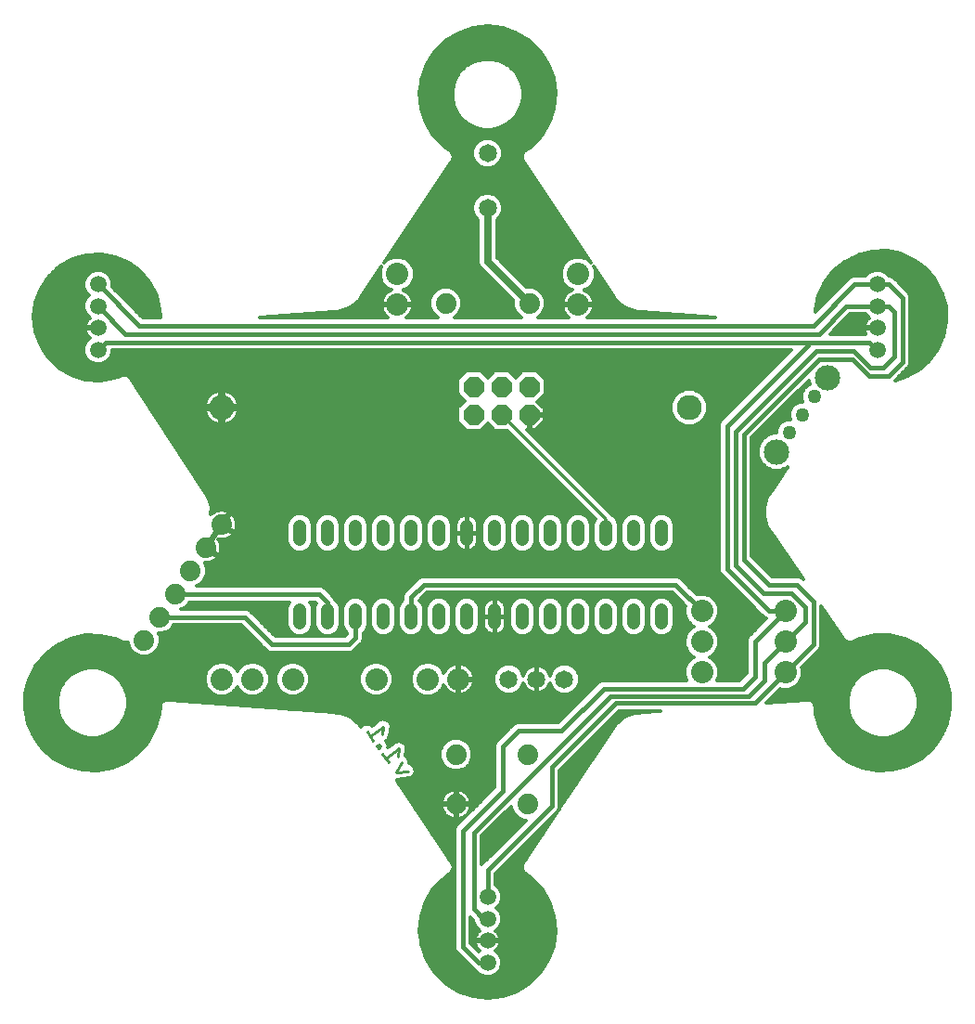
<source format=gbl>
G75*
%MOIN*%
%OFA0B0*%
%FSLAX24Y24*%
%IPPOS*%
%LPD*%
%AMOC8*
5,1,8,0,0,1.08239X$1,22.5*
%
%ADD10C,0.0110*%
%ADD11C,0.0591*%
%ADD12C,0.0740*%
%ADD13C,0.0800*%
%ADD14C,0.0480*%
%ADD15C,0.0650*%
%ADD16C,0.0495*%
%ADD17C,0.0915*%
%ADD18OC8,0.0740*%
%ADD19C,0.0900*%
%ADD20C,0.0130*%
%ADD21C,0.0360*%
%ADD22C,0.0150*%
%ADD23C,0.0160*%
%ADD24C,0.0250*%
%ADD25C,0.0100*%
D10*
X016064Y011972D02*
X015838Y012294D01*
X015951Y012133D02*
X016435Y012471D01*
X016387Y012197D01*
X016273Y011845D02*
X016193Y011788D01*
X016249Y011708D01*
X016330Y011764D01*
X016273Y011845D01*
X016393Y011502D02*
X016619Y011180D01*
X016506Y011341D02*
X016990Y011680D01*
X016941Y011405D01*
X017085Y011200D02*
X016876Y010813D01*
X017311Y010877D01*
D11*
X020175Y006356D03*
X020175Y005569D03*
X020175Y004781D03*
X020175Y003994D03*
X006175Y025994D03*
X006175Y026781D03*
X006175Y027569D03*
X006175Y028356D03*
X034175Y028356D03*
X034175Y027569D03*
X034175Y026781D03*
X034175Y025994D03*
D12*
X021675Y027675D03*
X018675Y027675D03*
X010621Y019720D03*
X010062Y018891D03*
X009503Y018062D03*
X008943Y017233D03*
X008384Y016404D03*
X007825Y015575D03*
X019045Y011465D03*
X019045Y009685D03*
X021605Y009685D03*
X021605Y011465D03*
D13*
X019125Y014175D03*
X018025Y014175D03*
X016175Y014175D03*
X013175Y014175D03*
X011725Y014175D03*
X010625Y014175D03*
X016925Y027625D03*
X016925Y028725D03*
X023425Y028725D03*
X023425Y027625D03*
X027875Y016625D03*
X027875Y015525D03*
X027875Y014425D03*
X030875Y014425D03*
X030875Y015525D03*
X030875Y016625D03*
D14*
X026425Y016665D02*
X026425Y016185D01*
X025425Y016185D02*
X025425Y016665D01*
X024425Y016665D02*
X024425Y016185D01*
X023425Y016185D02*
X023425Y016665D01*
X022425Y016665D02*
X022425Y016185D01*
X021425Y016185D02*
X021425Y016665D01*
X020425Y016665D02*
X020425Y016185D01*
X019425Y016185D02*
X019425Y016665D01*
X018425Y016665D02*
X018425Y016185D01*
X017425Y016185D02*
X017425Y016665D01*
X016425Y016665D02*
X016425Y016185D01*
X015425Y016185D02*
X015425Y016665D01*
X014425Y016665D02*
X014425Y016185D01*
X013425Y016185D02*
X013425Y016665D01*
X013425Y019185D02*
X013425Y019665D01*
X014425Y019665D02*
X014425Y019185D01*
X015425Y019185D02*
X015425Y019665D01*
X016425Y019665D02*
X016425Y019185D01*
X017425Y019185D02*
X017425Y019665D01*
X018425Y019665D02*
X018425Y019185D01*
X019425Y019185D02*
X019425Y019665D01*
X020425Y019665D02*
X020425Y019185D01*
X021425Y019185D02*
X021425Y019665D01*
X022425Y019665D02*
X022425Y019185D01*
X023425Y019185D02*
X023425Y019665D01*
X024425Y019665D02*
X024425Y019185D01*
X025425Y019185D02*
X025425Y019665D01*
X026425Y019665D02*
X026425Y019185D01*
D15*
X022935Y014175D03*
X021935Y014175D03*
X020935Y014175D03*
X020175Y031090D03*
X020175Y033060D03*
D16*
X031028Y023024D03*
X031475Y023675D03*
X031922Y024326D03*
D17*
X032390Y025006D03*
X030560Y022344D03*
D18*
X021675Y023675D03*
X020675Y023675D03*
X020675Y024675D03*
X021675Y024675D03*
X019675Y024675D03*
X019675Y023675D03*
D19*
X027425Y023925D03*
X010625Y023925D03*
D20*
X004615Y011310D02*
X005093Y011059D01*
X005614Y010920D01*
X006153Y010898D01*
X006683Y010996D01*
X007179Y011208D01*
X007616Y011525D01*
X007973Y011929D01*
X008232Y012403D01*
X008380Y012921D01*
X008410Y013188D01*
X008411Y013193D01*
X008413Y013243D01*
X008415Y013245D01*
X008415Y013248D01*
X008437Y013292D01*
X008459Y013338D01*
X008461Y013339D01*
X008463Y013342D01*
X008500Y013374D01*
X008538Y013408D01*
X008540Y013409D01*
X008543Y013411D01*
X008590Y013426D01*
X008637Y013443D01*
X008640Y013442D01*
X008643Y013443D01*
X008693Y013439D01*
X008743Y013437D01*
X008745Y013435D01*
X014657Y012981D01*
X014710Y012977D01*
X014732Y012975D01*
X014763Y012973D01*
X014763Y012973D01*
X014902Y012962D01*
X014902Y012962D01*
X015260Y012819D01*
X015260Y012819D01*
X015559Y012577D01*
X015559Y012577D01*
X015630Y012470D01*
X015640Y012484D01*
X015728Y012546D01*
X015832Y012569D01*
X015938Y012551D01*
X016011Y012504D01*
X016236Y012662D01*
X016236Y012662D01*
X016264Y012681D01*
X016324Y012723D01*
X016429Y012747D01*
X016429Y012747D01*
X016429Y012747D01*
X016447Y012744D01*
X016535Y012728D01*
X016625Y012670D01*
X016625Y012670D01*
X016625Y012670D01*
X016643Y012645D01*
X016687Y012582D01*
X016710Y012477D01*
X016710Y012477D01*
X016710Y012477D01*
X016706Y012454D01*
X016692Y012372D01*
X016692Y012372D01*
X016643Y012098D01*
X016586Y012007D01*
X016521Y011962D01*
X016523Y011958D01*
X016582Y011875D01*
X016605Y011770D01*
X016605Y011770D01*
X016600Y011739D01*
X016599Y011736D01*
X016791Y011870D01*
X016791Y011870D01*
X016818Y011889D01*
X016879Y011931D01*
X016984Y011955D01*
X016984Y011955D01*
X017001Y011952D01*
X017089Y011936D01*
X017180Y011878D01*
X017180Y011878D01*
X017180Y011878D01*
X017198Y011853D01*
X017242Y011790D01*
X017265Y011686D01*
X017265Y011686D01*
X017261Y011662D01*
X017246Y011580D01*
X017246Y011580D01*
X017220Y011434D01*
X017261Y011412D01*
X017329Y011328D01*
X017359Y011225D01*
X017351Y011146D01*
X017429Y011126D01*
X017515Y011062D01*
X017570Y010970D01*
X017586Y010864D01*
X017560Y010760D01*
X017496Y010673D01*
X017404Y010618D01*
X016934Y010549D01*
X016915Y010543D01*
X018866Y007616D01*
X018866Y007616D01*
X018925Y007528D01*
X018945Y007425D01*
X018925Y007321D01*
X018866Y007234D01*
X018865Y007233D01*
X018822Y007204D01*
X018605Y007042D01*
X018233Y006651D01*
X017956Y006187D01*
X017787Y005673D01*
X017736Y005135D01*
X017805Y004599D01*
X017990Y004091D01*
X018282Y003636D01*
X018668Y003257D01*
X019127Y002972D01*
X019638Y002796D01*
X020175Y002736D01*
X020712Y002796D01*
X021223Y002972D01*
X021682Y003257D01*
X022068Y003636D01*
X022068Y003636D01*
X022360Y004091D01*
X022545Y004599D01*
X022614Y005135D01*
X022563Y005673D01*
X022394Y006187D01*
X022117Y006651D01*
X021745Y007042D01*
X021528Y007204D01*
X021484Y007234D01*
X021425Y007321D01*
X021405Y007425D01*
X021425Y007528D01*
X021430Y007535D01*
X021484Y007616D01*
X021484Y007616D01*
X022699Y009439D01*
X022639Y009379D01*
X020465Y007205D01*
X020465Y006788D01*
X020608Y006645D01*
X020685Y006458D01*
X020685Y006255D01*
X020608Y006067D01*
X020503Y005962D01*
X020608Y005858D01*
X020685Y005670D01*
X020685Y005467D01*
X020608Y005280D01*
X020466Y005138D01*
X020475Y005132D01*
X020526Y005081D01*
X020569Y005023D01*
X020602Y004958D01*
X020624Y004889D01*
X020635Y004818D01*
X020635Y004815D01*
X020208Y004815D01*
X020208Y004748D01*
X020635Y004748D01*
X020635Y004745D01*
X020624Y004674D01*
X020602Y004605D01*
X020569Y004540D01*
X020526Y004481D01*
X020475Y004430D01*
X020466Y004424D01*
X020608Y004283D01*
X020685Y004095D01*
X020685Y003892D01*
X020608Y003705D01*
X020464Y003561D01*
X020276Y003484D01*
X020073Y003484D01*
X019886Y003561D01*
X019742Y003705D01*
X019731Y003732D01*
X019692Y003748D01*
X019111Y004329D01*
X019029Y004411D01*
X018985Y004517D01*
X018985Y008783D01*
X019029Y008889D01*
X020435Y010295D01*
X020435Y011833D01*
X020479Y011939D01*
X021029Y012489D01*
X021111Y012571D01*
X021217Y012615D01*
X022705Y012615D01*
X024099Y014009D01*
X024181Y014091D01*
X024287Y014135D01*
X027329Y014135D01*
X027260Y014303D01*
X027260Y014547D01*
X027354Y014773D01*
X027527Y014946D01*
X027596Y014975D01*
X027527Y015004D01*
X027354Y015177D01*
X027260Y015403D01*
X027260Y015647D01*
X027354Y015873D01*
X027527Y016046D01*
X027596Y016075D01*
X027527Y016104D01*
X027354Y016277D01*
X027260Y016503D01*
X027260Y016747D01*
X027284Y016806D01*
X026805Y017285D01*
X017995Y017285D01*
X017722Y017012D01*
X017811Y016923D01*
X017880Y016756D01*
X017880Y016094D01*
X017811Y015927D01*
X017683Y015799D01*
X017516Y015730D01*
X017334Y015730D01*
X017167Y015799D01*
X017039Y015927D01*
X016970Y016094D01*
X016970Y016756D01*
X017039Y016923D01*
X017135Y017018D01*
X017135Y017183D01*
X017179Y017289D01*
X017629Y017739D01*
X017711Y017821D01*
X017817Y017865D01*
X026983Y017865D01*
X027089Y017821D01*
X027694Y017216D01*
X027753Y017240D01*
X027997Y017240D01*
X028223Y017146D01*
X028396Y016973D01*
X028490Y016747D01*
X028490Y016503D01*
X028396Y016277D01*
X028223Y016104D01*
X028154Y016075D01*
X028223Y016046D01*
X028396Y015873D01*
X028490Y015647D01*
X028490Y015403D01*
X028396Y015177D01*
X028223Y015004D01*
X028154Y014975D01*
X028223Y014946D01*
X028396Y014773D01*
X028490Y014547D01*
X028490Y014303D01*
X028421Y014135D01*
X029225Y014135D01*
X029485Y014395D01*
X029485Y015583D01*
X029529Y015689D01*
X030187Y016347D01*
X030111Y016379D01*
X030029Y016461D01*
X028611Y017879D01*
X028529Y017961D01*
X028485Y018067D01*
X028485Y023333D01*
X028529Y023439D01*
X031075Y025985D01*
X006685Y025985D01*
X006685Y025892D01*
X006608Y025705D01*
X006464Y025561D01*
X006276Y025484D01*
X006073Y025484D01*
X005886Y025561D01*
X005742Y025705D01*
X005665Y025892D01*
X005665Y026095D01*
X005742Y026283D01*
X005884Y026424D01*
X005875Y026430D01*
X005824Y026481D01*
X005781Y026540D01*
X005748Y026605D01*
X005726Y026674D01*
X005715Y026745D01*
X005715Y026748D01*
X006142Y026748D01*
X006142Y026815D01*
X005715Y026815D01*
X005715Y026818D01*
X005726Y026889D01*
X005748Y026958D01*
X005781Y027023D01*
X005824Y027081D01*
X005875Y027132D01*
X005884Y027138D01*
X005742Y027280D01*
X005665Y027467D01*
X005665Y027670D01*
X005742Y027858D01*
X005847Y027962D01*
X005742Y028067D01*
X005665Y028255D01*
X005665Y028458D01*
X005742Y028645D01*
X005886Y028789D01*
X006073Y028866D01*
X006276Y028866D01*
X006464Y028789D01*
X006608Y028645D01*
X006685Y028458D01*
X006685Y028256D01*
X007776Y027165D01*
X008410Y027165D01*
X008407Y027207D01*
X008408Y027210D01*
X008394Y027437D01*
X008272Y027949D01*
X008035Y028418D01*
X007696Y028821D01*
X007274Y029134D01*
X006792Y029343D01*
X006274Y029434D01*
X005749Y029405D01*
X005245Y029255D01*
X004789Y028993D01*
X004405Y028633D01*
X004115Y028195D01*
X003933Y027701D01*
X003869Y027179D01*
X003928Y026657D01*
X004105Y026161D01*
X004391Y025720D01*
X004771Y025357D01*
X005224Y025090D01*
X005224Y025090D01*
X005727Y024936D01*
X006252Y024901D01*
X006770Y024987D01*
X007001Y025069D01*
X007020Y025081D01*
X007044Y025086D01*
X007067Y025095D01*
X007096Y025095D01*
X007123Y025101D01*
X007148Y025096D01*
X007173Y025096D01*
X007199Y025085D01*
X007227Y025079D01*
X007247Y025065D01*
X007270Y025056D01*
X007290Y025036D01*
X007314Y025020D01*
X007327Y024999D01*
X007345Y024982D01*
X007356Y024955D01*
X010058Y020836D01*
X010058Y020836D01*
X010132Y020723D01*
X010132Y020723D01*
X010238Y020362D01*
X010238Y020362D01*
X010236Y020092D01*
X010272Y020128D01*
X010341Y020178D01*
X010416Y020216D01*
X010496Y020242D01*
X010579Y020255D01*
X010663Y020255D01*
X010746Y020242D01*
X010826Y020216D01*
X010891Y020183D01*
X010612Y019769D01*
X010670Y019730D01*
X010949Y020143D01*
X010969Y020128D01*
X011029Y020069D01*
X011079Y020001D01*
X011117Y019926D01*
X011143Y019845D01*
X011156Y019762D01*
X011156Y019678D01*
X011143Y019595D01*
X011117Y019515D01*
X011084Y019450D01*
X010670Y019730D01*
X010630Y019672D01*
X010351Y019257D01*
X010110Y018901D01*
X010052Y018940D01*
X010332Y019354D01*
X010332Y019354D01*
X010572Y019711D01*
X010630Y019672D01*
X011044Y019393D01*
X011029Y019372D01*
X010969Y019312D01*
X010901Y019263D01*
X010826Y019224D01*
X010746Y019198D01*
X010663Y019185D01*
X010579Y019185D01*
X010500Y019198D01*
X010519Y019172D01*
X010558Y019097D01*
X010584Y019016D01*
X010597Y018933D01*
X010597Y018849D01*
X010584Y018766D01*
X010558Y018686D01*
X010525Y018621D01*
X010110Y018901D01*
X010071Y018843D01*
X010485Y018563D01*
X010470Y018543D01*
X010410Y018483D01*
X010342Y018434D01*
X010267Y018395D01*
X010187Y018369D01*
X010104Y018356D01*
X010020Y018356D01*
X010014Y018357D01*
X010088Y018178D01*
X010088Y017946D01*
X009999Y017731D01*
X009834Y017566D01*
X009730Y017523D01*
X014175Y017523D01*
X014281Y017479D01*
X014580Y017180D01*
X014592Y017175D01*
X014675Y017092D01*
X014699Y017035D01*
X014811Y016923D01*
X014880Y016756D01*
X014880Y016094D01*
X014811Y015927D01*
X014683Y015799D01*
X014516Y015730D01*
X014334Y015730D01*
X014167Y015799D01*
X014039Y015927D01*
X013970Y016094D01*
X013970Y016756D01*
X014033Y016907D01*
X013997Y016943D01*
X013790Y016943D01*
X013811Y016923D01*
X013880Y016756D01*
X013880Y016094D01*
X013811Y015927D01*
X013683Y015799D01*
X013516Y015730D01*
X013334Y015730D01*
X013167Y015799D01*
X013039Y015927D01*
X012970Y016094D01*
X012970Y016756D01*
X013039Y016923D01*
X013060Y016943D01*
X009456Y016943D01*
X009439Y016902D01*
X009275Y016737D01*
X009171Y016694D01*
X011504Y016694D01*
X011610Y016650D01*
X012540Y015720D01*
X015053Y015720D01*
X015130Y015797D01*
X015130Y015837D01*
X015039Y015927D01*
X014970Y016094D01*
X014970Y016756D01*
X015039Y016923D01*
X015167Y017051D01*
X015334Y017120D01*
X015516Y017120D01*
X015683Y017051D01*
X015811Y016923D01*
X015880Y016756D01*
X015880Y016094D01*
X015811Y015927D01*
X015720Y015837D01*
X015720Y015616D01*
X015675Y015508D01*
X015425Y015258D01*
X015425Y015258D01*
X015342Y015175D01*
X015234Y015130D01*
X012366Y015130D01*
X012258Y015175D01*
X012175Y015258D01*
X012170Y015270D01*
X011326Y016114D01*
X008897Y016114D01*
X008880Y016073D01*
X008716Y015908D01*
X008501Y015819D01*
X008357Y015819D01*
X008410Y015691D01*
X008410Y015459D01*
X008321Y015244D01*
X008156Y015079D01*
X007941Y014990D01*
X007709Y014990D01*
X007494Y015079D01*
X007329Y015244D01*
X007240Y015459D01*
X007240Y015503D01*
X007225Y015500D01*
X007194Y015489D01*
X007173Y015490D01*
X007154Y015486D01*
X007121Y015493D01*
X007088Y015495D01*
X007070Y015504D01*
X007050Y015508D01*
X007028Y015524D01*
X006792Y015622D01*
X006792Y015622D01*
X006266Y015745D01*
X005727Y015748D01*
X005200Y015633D01*
X004711Y015405D01*
X004284Y015074D01*
X003941Y014658D01*
X003698Y014176D01*
X003567Y013653D01*
X003554Y013114D01*
X003661Y012585D01*
X003881Y012092D01*
X004204Y011660D01*
X004615Y011310D01*
X004619Y011308D02*
X007318Y011308D01*
X007496Y011437D02*
X004467Y011437D01*
X004316Y011565D02*
X007653Y011565D01*
X007766Y011694D02*
X004179Y011694D01*
X004083Y011822D02*
X007879Y011822D01*
X007985Y011951D02*
X003987Y011951D01*
X003891Y012079D02*
X005736Y012079D01*
X005808Y012060D02*
X006142Y012060D01*
X006463Y012146D01*
X006752Y012313D01*
X006987Y012548D01*
X007154Y012837D01*
X007240Y013158D01*
X007240Y013492D01*
X007154Y013813D01*
X006987Y014102D01*
X006752Y014337D01*
X006463Y014504D01*
X006142Y014590D01*
X005808Y014590D01*
X005487Y014504D01*
X005198Y014337D01*
X004963Y014102D01*
X004796Y013813D01*
X004710Y013492D01*
X004710Y013158D01*
X004796Y012837D01*
X004963Y012548D01*
X005198Y012313D01*
X005487Y012146D01*
X005808Y012060D01*
X006214Y012079D02*
X008055Y012079D01*
X008126Y012208D02*
X006570Y012208D01*
X006775Y012336D02*
X008196Y012336D01*
X008250Y012465D02*
X006904Y012465D01*
X007013Y012593D02*
X008287Y012593D01*
X008323Y012722D02*
X007088Y012722D01*
X007157Y012850D02*
X008360Y012850D01*
X008387Y012979D02*
X007192Y012979D01*
X007226Y013107D02*
X008401Y013107D01*
X008413Y013236D02*
X007240Y013236D01*
X007240Y013364D02*
X008489Y013364D01*
X009667Y013364D02*
X023454Y013364D01*
X023326Y013236D02*
X011337Y013236D01*
X011454Y013621D02*
X010896Y013621D01*
X010973Y013654D02*
X011146Y013827D01*
X011175Y013896D01*
X011204Y013827D01*
X011377Y013654D01*
X011603Y013560D01*
X011847Y013560D01*
X012073Y013654D01*
X012246Y013827D01*
X012340Y014053D01*
X012340Y014297D01*
X012246Y014523D01*
X012073Y014696D01*
X011847Y014790D01*
X011603Y014790D01*
X011377Y014696D01*
X011204Y014523D01*
X011175Y014454D01*
X011146Y014523D01*
X010973Y014696D01*
X010747Y014790D01*
X010503Y014790D01*
X010277Y014696D01*
X010104Y014523D01*
X010010Y014297D01*
X010010Y014053D01*
X010104Y013827D01*
X010277Y013654D01*
X010503Y013560D01*
X010747Y013560D01*
X010973Y013654D01*
X011070Y013750D02*
X011280Y013750D01*
X011182Y013878D02*
X011168Y013878D01*
X011147Y014521D02*
X011203Y014521D01*
X011330Y014649D02*
X011020Y014649D01*
X010776Y014778D02*
X011574Y014778D01*
X011876Y014778D02*
X013024Y014778D01*
X013053Y014790D02*
X012827Y014696D01*
X012654Y014523D01*
X012560Y014297D01*
X012560Y014053D01*
X012654Y013827D01*
X012827Y013654D01*
X013053Y013560D01*
X013297Y013560D01*
X013523Y013654D01*
X013696Y013827D01*
X013790Y014053D01*
X013790Y014297D01*
X013696Y014523D01*
X013523Y014696D01*
X013297Y014790D01*
X013053Y014790D01*
X013326Y014778D02*
X016024Y014778D01*
X016053Y014790D02*
X015827Y014696D01*
X015654Y014523D01*
X015560Y014297D01*
X015560Y014053D01*
X015654Y013827D01*
X015827Y013654D01*
X016053Y013560D01*
X016297Y013560D01*
X016523Y013654D01*
X016696Y013827D01*
X016790Y014053D01*
X016790Y014297D01*
X016696Y014523D01*
X016523Y014696D01*
X016297Y014790D01*
X016053Y014790D01*
X016326Y014778D02*
X017874Y014778D01*
X017903Y014790D02*
X017677Y014696D01*
X017504Y014523D01*
X017410Y014297D01*
X017410Y014053D01*
X017504Y013827D01*
X017677Y013654D01*
X017903Y013560D01*
X018147Y013560D01*
X018373Y013654D01*
X018546Y013827D01*
X018601Y013959D01*
X018601Y013958D01*
X018642Y013879D01*
X018694Y013807D01*
X018757Y013744D01*
X018829Y013692D01*
X018908Y013651D01*
X018993Y013624D01*
X019081Y013610D01*
X019090Y013610D01*
X019090Y014140D01*
X019160Y014140D01*
X019160Y014210D01*
X019690Y014210D01*
X019690Y014219D01*
X019676Y014307D01*
X019649Y014392D01*
X019608Y014471D01*
X019556Y014543D01*
X019493Y014606D01*
X019421Y014658D01*
X019342Y014699D01*
X019257Y014726D01*
X019169Y014740D01*
X019160Y014740D01*
X019160Y014210D01*
X019090Y014210D01*
X019090Y014740D01*
X019081Y014740D01*
X018993Y014726D01*
X018908Y014699D01*
X018829Y014658D01*
X018757Y014606D01*
X018694Y014543D01*
X018642Y014471D01*
X018601Y014392D01*
X018601Y014391D01*
X018546Y014523D01*
X018373Y014696D01*
X018147Y014790D01*
X017903Y014790D01*
X018176Y014778D02*
X027358Y014778D01*
X027302Y014649D02*
X023201Y014649D01*
X023241Y014633D02*
X023042Y014715D01*
X022828Y014715D01*
X022629Y014633D01*
X022477Y014481D01*
X022406Y014310D01*
X022389Y014363D01*
X022354Y014432D01*
X022309Y014494D01*
X022254Y014549D01*
X022192Y014594D01*
X022123Y014629D01*
X022050Y014653D01*
X021974Y014665D01*
X021953Y014665D01*
X021953Y014193D01*
X021917Y014193D01*
X021917Y014665D01*
X021896Y014665D01*
X021820Y014653D01*
X021747Y014629D01*
X021678Y014594D01*
X021616Y014549D01*
X021561Y014494D01*
X021516Y014432D01*
X021481Y014363D01*
X021464Y014310D01*
X021393Y014481D01*
X021241Y014633D01*
X021042Y014715D01*
X020828Y014715D01*
X020629Y014633D01*
X020477Y014481D01*
X020395Y014282D01*
X020395Y014068D01*
X020477Y013869D01*
X020629Y013717D01*
X020828Y013635D01*
X021042Y013635D01*
X021241Y013717D01*
X021393Y013869D01*
X021464Y014040D01*
X021481Y013987D01*
X021516Y013918D01*
X021561Y013856D01*
X021616Y013801D01*
X021678Y013756D01*
X021747Y013721D01*
X021820Y013697D01*
X021896Y013685D01*
X021917Y013685D01*
X021917Y014157D01*
X021953Y014157D01*
X021953Y013685D01*
X021974Y013685D01*
X022050Y013697D01*
X022123Y013721D01*
X022192Y013756D01*
X022254Y013801D01*
X022309Y013856D01*
X022354Y013918D01*
X022389Y013987D01*
X022406Y014040D01*
X022477Y013869D01*
X022629Y013717D01*
X022828Y013635D01*
X023042Y013635D01*
X023241Y013717D01*
X023393Y013869D01*
X023475Y014068D01*
X023475Y014282D01*
X023393Y014481D01*
X023241Y014633D01*
X023353Y014521D02*
X027260Y014521D01*
X027260Y014392D02*
X023429Y014392D01*
X023475Y014264D02*
X027276Y014264D01*
X027329Y014135D02*
X023475Y014135D01*
X023450Y014007D02*
X024097Y014007D01*
X023968Y013878D02*
X023397Y013878D01*
X023274Y013750D02*
X023840Y013750D01*
X023711Y013621D02*
X019242Y013621D01*
X019257Y013624D02*
X019342Y013651D01*
X019421Y013692D01*
X019493Y013744D01*
X019556Y013807D01*
X019608Y013879D01*
X019649Y013958D01*
X019676Y014043D01*
X019690Y014131D01*
X019690Y014140D01*
X019160Y014140D01*
X019160Y013610D01*
X019169Y013610D01*
X019257Y013624D01*
X019160Y013621D02*
X019090Y013621D01*
X019008Y013621D02*
X018296Y013621D01*
X018470Y013750D02*
X018751Y013750D01*
X018642Y013878D02*
X018568Y013878D01*
X018601Y014392D02*
X018602Y014392D01*
X018547Y014521D02*
X018678Y014521D01*
X018817Y014649D02*
X018420Y014649D01*
X019090Y014649D02*
X019160Y014649D01*
X019160Y014521D02*
X019090Y014521D01*
X019090Y014392D02*
X019160Y014392D01*
X019160Y014264D02*
X019090Y014264D01*
X019090Y014135D02*
X019160Y014135D01*
X019160Y014007D02*
X019090Y014007D01*
X019090Y013878D02*
X019160Y013878D01*
X019160Y013750D02*
X019090Y013750D01*
X019499Y013750D02*
X020596Y013750D01*
X020473Y013878D02*
X019608Y013878D01*
X019664Y014007D02*
X020420Y014007D01*
X020395Y014135D02*
X019690Y014135D01*
X019683Y014264D02*
X020395Y014264D01*
X020441Y014392D02*
X019648Y014392D01*
X019572Y014521D02*
X020517Y014521D01*
X020669Y014649D02*
X019433Y014649D01*
X019516Y015730D02*
X019334Y015730D01*
X019167Y015799D01*
X019039Y015927D01*
X018970Y016094D01*
X018970Y016756D01*
X019039Y016923D01*
X019167Y017051D01*
X019334Y017120D01*
X019516Y017120D01*
X019683Y017051D01*
X019811Y016923D01*
X019880Y016756D01*
X019880Y016094D01*
X019811Y015927D01*
X019683Y015799D01*
X019516Y015730D01*
X019689Y015806D02*
X020282Y015806D01*
X020307Y015796D02*
X020385Y015780D01*
X020410Y015780D01*
X020410Y016410D01*
X020440Y016410D01*
X020440Y016440D01*
X020830Y016440D01*
X020830Y016705D01*
X020814Y016783D01*
X020784Y016857D01*
X020740Y016923D01*
X020683Y016980D01*
X020617Y017024D01*
X020543Y017054D01*
X020465Y017070D01*
X020440Y017070D01*
X020440Y016440D01*
X020410Y016440D01*
X020410Y017070D01*
X020385Y017070D01*
X020307Y017054D01*
X020233Y017024D01*
X020167Y016980D01*
X020110Y016923D01*
X020066Y016857D01*
X020036Y016783D01*
X020020Y016705D01*
X020020Y016440D01*
X020410Y016440D01*
X020410Y016410D01*
X020020Y016410D01*
X020020Y016145D01*
X020036Y016067D01*
X020066Y015993D01*
X020110Y015927D01*
X020167Y015870D01*
X020233Y015826D01*
X020307Y015796D01*
X020410Y015806D02*
X020440Y015806D01*
X020440Y015780D02*
X020465Y015780D01*
X020543Y015796D01*
X020617Y015826D01*
X020683Y015870D01*
X020740Y015927D01*
X020784Y015993D01*
X020814Y016067D01*
X020830Y016145D01*
X020830Y016410D01*
X020440Y016410D01*
X020440Y015780D01*
X020568Y015806D02*
X021161Y015806D01*
X021167Y015799D02*
X021334Y015730D01*
X021516Y015730D01*
X021683Y015799D01*
X021811Y015927D01*
X021880Y016094D01*
X021880Y016756D01*
X021811Y016923D01*
X021683Y017051D01*
X021516Y017120D01*
X021334Y017120D01*
X021167Y017051D01*
X021039Y016923D01*
X020970Y016756D01*
X020970Y016094D01*
X021039Y015927D01*
X021167Y015799D01*
X021036Y015934D02*
X020745Y015934D01*
X020813Y016063D02*
X020983Y016063D01*
X020970Y016191D02*
X020830Y016191D01*
X020830Y016320D02*
X020970Y016320D01*
X020970Y016448D02*
X020830Y016448D01*
X020830Y016577D02*
X020970Y016577D01*
X020970Y016705D02*
X020830Y016705D01*
X020793Y016834D02*
X021003Y016834D01*
X021079Y016962D02*
X020700Y016962D01*
X020440Y016962D02*
X020410Y016962D01*
X020410Y016834D02*
X020440Y016834D01*
X020440Y016705D02*
X020410Y016705D01*
X020410Y016577D02*
X020440Y016577D01*
X020440Y016448D02*
X020410Y016448D01*
X020410Y016320D02*
X020440Y016320D01*
X020440Y016191D02*
X020410Y016191D01*
X020410Y016063D02*
X020440Y016063D01*
X020440Y015934D02*
X020410Y015934D01*
X020105Y015934D02*
X019814Y015934D01*
X019867Y016063D02*
X020037Y016063D01*
X020020Y016191D02*
X019880Y016191D01*
X019880Y016320D02*
X020020Y016320D01*
X020020Y016448D02*
X019880Y016448D01*
X019880Y016577D02*
X020020Y016577D01*
X020020Y016705D02*
X019880Y016705D01*
X019847Y016834D02*
X020057Y016834D01*
X020150Y016962D02*
X019771Y016962D01*
X019586Y017091D02*
X021264Y017091D01*
X021586Y017091D02*
X022264Y017091D01*
X022334Y017120D02*
X022167Y017051D01*
X022039Y016923D01*
X021970Y016756D01*
X021970Y016094D01*
X022039Y015927D01*
X022167Y015799D01*
X022334Y015730D01*
X022516Y015730D01*
X022683Y015799D01*
X022811Y015927D01*
X022880Y016094D01*
X022880Y016756D01*
X022811Y016923D01*
X022683Y017051D01*
X022516Y017120D01*
X022334Y017120D01*
X022586Y017091D02*
X023264Y017091D01*
X023334Y017120D02*
X023167Y017051D01*
X023039Y016923D01*
X022970Y016756D01*
X022970Y016094D01*
X023039Y015927D01*
X023167Y015799D01*
X023334Y015730D01*
X023516Y015730D01*
X023683Y015799D01*
X023811Y015927D01*
X023880Y016094D01*
X023880Y016756D01*
X023811Y016923D01*
X023683Y017051D01*
X023516Y017120D01*
X023334Y017120D01*
X023586Y017091D02*
X024264Y017091D01*
X024334Y017120D02*
X024167Y017051D01*
X024039Y016923D01*
X023970Y016756D01*
X023970Y016094D01*
X024039Y015927D01*
X024167Y015799D01*
X024334Y015730D01*
X024516Y015730D01*
X024683Y015799D01*
X024811Y015927D01*
X024880Y016094D01*
X024880Y016756D01*
X024811Y016923D01*
X024683Y017051D01*
X024516Y017120D01*
X024334Y017120D01*
X024586Y017091D02*
X025264Y017091D01*
X025334Y017120D02*
X025167Y017051D01*
X025039Y016923D01*
X024970Y016756D01*
X024970Y016094D01*
X025039Y015927D01*
X025167Y015799D01*
X025334Y015730D01*
X025516Y015730D01*
X025683Y015799D01*
X025811Y015927D01*
X025880Y016094D01*
X025880Y016756D01*
X025811Y016923D01*
X025683Y017051D01*
X025516Y017120D01*
X025334Y017120D01*
X025586Y017091D02*
X026264Y017091D01*
X026334Y017120D02*
X026167Y017051D01*
X026039Y016923D01*
X025970Y016756D01*
X025970Y016094D01*
X026039Y015927D01*
X026167Y015799D01*
X026334Y015730D01*
X026516Y015730D01*
X026683Y015799D01*
X026811Y015927D01*
X026880Y016094D01*
X026880Y016756D01*
X026811Y016923D01*
X026683Y017051D01*
X026516Y017120D01*
X026334Y017120D01*
X026586Y017091D02*
X026999Y017091D01*
X027127Y016962D02*
X026771Y016962D01*
X026847Y016834D02*
X027256Y016834D01*
X027260Y016705D02*
X026880Y016705D01*
X026880Y016577D02*
X027260Y016577D01*
X027282Y016448D02*
X026880Y016448D01*
X026880Y016320D02*
X027336Y016320D01*
X027439Y016191D02*
X026880Y016191D01*
X026867Y016063D02*
X027567Y016063D01*
X027415Y015934D02*
X026814Y015934D01*
X026689Y015806D02*
X027326Y015806D01*
X027272Y015677D02*
X015720Y015677D01*
X015720Y015806D02*
X016161Y015806D01*
X016167Y015799D02*
X016334Y015730D01*
X016516Y015730D01*
X016683Y015799D01*
X016811Y015927D01*
X016880Y016094D01*
X016880Y016756D01*
X016811Y016923D01*
X016683Y017051D01*
X016516Y017120D01*
X016334Y017120D01*
X016167Y017051D01*
X016039Y016923D01*
X015970Y016756D01*
X015970Y016094D01*
X016039Y015927D01*
X016167Y015799D01*
X016036Y015934D02*
X015814Y015934D01*
X015867Y016063D02*
X015983Y016063D01*
X015970Y016191D02*
X015880Y016191D01*
X015880Y016320D02*
X015970Y016320D01*
X015970Y016448D02*
X015880Y016448D01*
X015880Y016577D02*
X015970Y016577D01*
X015970Y016705D02*
X015880Y016705D01*
X015847Y016834D02*
X016003Y016834D01*
X016079Y016962D02*
X015771Y016962D01*
X015586Y017091D02*
X016264Y017091D01*
X016586Y017091D02*
X017135Y017091D01*
X017150Y017219D02*
X014541Y017219D01*
X014412Y017348D02*
X017238Y017348D01*
X017366Y017476D02*
X014284Y017476D01*
X014676Y017091D02*
X015264Y017091D01*
X015079Y016962D02*
X014771Y016962D01*
X014847Y016834D02*
X015003Y016834D01*
X014970Y016705D02*
X014880Y016705D01*
X014880Y016577D02*
X014970Y016577D01*
X014970Y016448D02*
X014880Y016448D01*
X014880Y016320D02*
X014970Y016320D01*
X014970Y016191D02*
X014880Y016191D01*
X014867Y016063D02*
X014983Y016063D01*
X015036Y015934D02*
X014814Y015934D01*
X014689Y015806D02*
X015130Y015806D01*
X015588Y015420D02*
X027260Y015420D01*
X027260Y015549D02*
X015692Y015549D01*
X015459Y015292D02*
X027306Y015292D01*
X027367Y015163D02*
X015315Y015163D01*
X015780Y014649D02*
X013570Y014649D01*
X013697Y014521D02*
X015653Y014521D01*
X015599Y014392D02*
X013751Y014392D01*
X013790Y014264D02*
X015560Y014264D01*
X015560Y014135D02*
X013790Y014135D01*
X013771Y014007D02*
X015579Y014007D01*
X015632Y013878D02*
X013718Y013878D01*
X013620Y013750D02*
X015730Y013750D01*
X015904Y013621D02*
X013446Y013621D01*
X013008Y013107D02*
X023197Y013107D01*
X023069Y012979D02*
X014678Y012979D01*
X015182Y012850D02*
X022940Y012850D01*
X022812Y012722D02*
X016544Y012722D01*
X016679Y012593D02*
X021165Y012593D01*
X021005Y012465D02*
X016708Y012465D01*
X016685Y012336D02*
X020876Y012336D01*
X020748Y012208D02*
X016663Y012208D01*
X016632Y012079D02*
X020619Y012079D01*
X020491Y011951D02*
X019386Y011951D01*
X019376Y011961D02*
X019161Y012050D01*
X018929Y012050D01*
X018714Y011961D01*
X018549Y011796D01*
X018460Y011581D01*
X018460Y011349D01*
X018549Y011134D01*
X018714Y010969D01*
X018929Y010880D01*
X019161Y010880D01*
X019376Y010969D01*
X019541Y011134D01*
X019630Y011349D01*
X019630Y011581D01*
X019541Y011796D01*
X019376Y011961D01*
X019515Y011822D02*
X020435Y011822D01*
X020435Y011694D02*
X019583Y011694D01*
X019630Y011565D02*
X020435Y011565D01*
X020435Y011437D02*
X019630Y011437D01*
X019613Y011308D02*
X020435Y011308D01*
X020435Y011180D02*
X019560Y011180D01*
X019459Y011051D02*
X020435Y011051D01*
X020435Y010923D02*
X019265Y010923D01*
X018825Y010923D02*
X017577Y010923D01*
X017569Y010794D02*
X020435Y010794D01*
X020435Y010666D02*
X017483Y010666D01*
X017521Y011051D02*
X018631Y011051D01*
X018530Y011180D02*
X017355Y011180D01*
X017335Y011308D02*
X018477Y011308D01*
X018460Y011437D02*
X017221Y011437D01*
X017244Y011565D02*
X018460Y011565D01*
X018507Y011694D02*
X017263Y011694D01*
X017219Y011822D02*
X018575Y011822D01*
X018704Y011951D02*
X017005Y011951D01*
X016967Y011951D02*
X016528Y011951D01*
X016593Y011822D02*
X016723Y011822D01*
X016139Y012593D02*
X015539Y012593D01*
X015380Y012722D02*
X016322Y012722D01*
X016446Y013621D02*
X017754Y013621D01*
X017580Y013750D02*
X016620Y013750D01*
X016718Y013878D02*
X017482Y013878D01*
X017429Y014007D02*
X016771Y014007D01*
X016790Y014135D02*
X017410Y014135D01*
X017410Y014264D02*
X016790Y014264D01*
X016751Y014392D02*
X017449Y014392D01*
X017503Y014521D02*
X016697Y014521D01*
X016570Y014649D02*
X017630Y014649D01*
X018167Y015799D02*
X018334Y015730D01*
X018516Y015730D01*
X018683Y015799D01*
X018811Y015927D01*
X018880Y016094D01*
X018880Y016756D01*
X018811Y016923D01*
X018683Y017051D01*
X018516Y017120D01*
X018334Y017120D01*
X018167Y017051D01*
X018039Y016923D01*
X017970Y016756D01*
X017970Y016094D01*
X018039Y015927D01*
X018167Y015799D01*
X018161Y015806D02*
X017689Y015806D01*
X017814Y015934D02*
X018036Y015934D01*
X017983Y016063D02*
X017867Y016063D01*
X017880Y016191D02*
X017970Y016191D01*
X017970Y016320D02*
X017880Y016320D01*
X017880Y016448D02*
X017970Y016448D01*
X017970Y016577D02*
X017880Y016577D01*
X017880Y016705D02*
X017970Y016705D01*
X018003Y016834D02*
X017847Y016834D01*
X017771Y016962D02*
X018079Y016962D01*
X018264Y017091D02*
X017801Y017091D01*
X017930Y017219D02*
X026870Y017219D01*
X027305Y017605D02*
X028885Y017605D01*
X029013Y017476D02*
X027434Y017476D01*
X027562Y017348D02*
X029142Y017348D01*
X029270Y017219D02*
X028047Y017219D01*
X028279Y017091D02*
X029399Y017091D01*
X029527Y016962D02*
X028401Y016962D01*
X028454Y016834D02*
X029656Y016834D01*
X029784Y016705D02*
X028490Y016705D01*
X028490Y016577D02*
X029913Y016577D01*
X030041Y016448D02*
X028468Y016448D01*
X028414Y016320D02*
X030160Y016320D01*
X030031Y016191D02*
X028311Y016191D01*
X028183Y016063D02*
X029903Y016063D01*
X029774Y015934D02*
X028335Y015934D01*
X028424Y015806D02*
X029646Y015806D01*
X029524Y015677D02*
X028478Y015677D01*
X028490Y015549D02*
X029485Y015549D01*
X029485Y015420D02*
X028490Y015420D01*
X028444Y015292D02*
X029485Y015292D01*
X029485Y015163D02*
X028383Y015163D01*
X028255Y015035D02*
X029485Y015035D01*
X029485Y014906D02*
X028263Y014906D01*
X028392Y014778D02*
X029485Y014778D01*
X029485Y014649D02*
X028448Y014649D01*
X028490Y014521D02*
X029485Y014521D01*
X029482Y014392D02*
X028490Y014392D01*
X028474Y014264D02*
X029354Y014264D01*
X029225Y014135D02*
X028421Y014135D01*
X027487Y014906D02*
X004146Y014906D01*
X004040Y014778D02*
X010474Y014778D01*
X010230Y014649D02*
X003937Y014649D01*
X003872Y014521D02*
X005551Y014521D01*
X005294Y014392D02*
X003807Y014392D01*
X003742Y014264D02*
X005125Y014264D01*
X004997Y014135D02*
X003688Y014135D01*
X003655Y014007D02*
X004908Y014007D01*
X004834Y013878D02*
X003623Y013878D01*
X003591Y013750D02*
X004779Y013750D01*
X004745Y013621D02*
X003566Y013621D01*
X003563Y013493D02*
X004710Y013493D01*
X004710Y013364D02*
X003560Y013364D01*
X003557Y013236D02*
X004710Y013236D01*
X004724Y013107D02*
X003555Y013107D01*
X003581Y012979D02*
X004758Y012979D01*
X004793Y012850D02*
X003607Y012850D01*
X003633Y012722D02*
X004862Y012722D01*
X004937Y012593D02*
X003659Y012593D01*
X003714Y012465D02*
X005046Y012465D01*
X005175Y012336D02*
X003772Y012336D01*
X003829Y012208D02*
X005380Y012208D01*
X004863Y011180D02*
X007113Y011180D01*
X006813Y011051D02*
X005122Y011051D01*
X005602Y010923D02*
X006287Y010923D01*
X007240Y013493D02*
X023583Y013493D01*
X022596Y013750D02*
X022180Y013750D01*
X022325Y013878D02*
X022473Y013878D01*
X022420Y014007D02*
X022396Y014007D01*
X022374Y014392D02*
X022441Y014392D01*
X022517Y014521D02*
X022282Y014521D01*
X022060Y014649D02*
X022669Y014649D01*
X021953Y014649D02*
X021917Y014649D01*
X021810Y014649D02*
X021201Y014649D01*
X021353Y014521D02*
X021588Y014521D01*
X021496Y014392D02*
X021429Y014392D01*
X021450Y014007D02*
X021474Y014007D01*
X021545Y013878D02*
X021397Y013878D01*
X021274Y013750D02*
X021690Y013750D01*
X021917Y013750D02*
X021953Y013750D01*
X021953Y013878D02*
X021917Y013878D01*
X021917Y014007D02*
X021953Y014007D01*
X021953Y014135D02*
X021917Y014135D01*
X021917Y014264D02*
X021953Y014264D01*
X021953Y014392D02*
X021917Y014392D01*
X021917Y014521D02*
X021953Y014521D01*
X022161Y015806D02*
X021689Y015806D01*
X021814Y015934D02*
X022036Y015934D01*
X021983Y016063D02*
X021867Y016063D01*
X021880Y016191D02*
X021970Y016191D01*
X021970Y016320D02*
X021880Y016320D01*
X021880Y016448D02*
X021970Y016448D01*
X021970Y016577D02*
X021880Y016577D01*
X021880Y016705D02*
X021970Y016705D01*
X022003Y016834D02*
X021847Y016834D01*
X021771Y016962D02*
X022079Y016962D01*
X022771Y016962D02*
X023079Y016962D01*
X023003Y016834D02*
X022847Y016834D01*
X022880Y016705D02*
X022970Y016705D01*
X022970Y016577D02*
X022880Y016577D01*
X022880Y016448D02*
X022970Y016448D01*
X022970Y016320D02*
X022880Y016320D01*
X022880Y016191D02*
X022970Y016191D01*
X022983Y016063D02*
X022867Y016063D01*
X022814Y015934D02*
X023036Y015934D01*
X023161Y015806D02*
X022689Y015806D01*
X023689Y015806D02*
X024161Y015806D01*
X024036Y015934D02*
X023814Y015934D01*
X023867Y016063D02*
X023983Y016063D01*
X023970Y016191D02*
X023880Y016191D01*
X023880Y016320D02*
X023970Y016320D01*
X023970Y016448D02*
X023880Y016448D01*
X023880Y016577D02*
X023970Y016577D01*
X023970Y016705D02*
X023880Y016705D01*
X023847Y016834D02*
X024003Y016834D01*
X024079Y016962D02*
X023771Y016962D01*
X024771Y016962D02*
X025079Y016962D01*
X025003Y016834D02*
X024847Y016834D01*
X024880Y016705D02*
X024970Y016705D01*
X024970Y016577D02*
X024880Y016577D01*
X024880Y016448D02*
X024970Y016448D01*
X024970Y016320D02*
X024880Y016320D01*
X024880Y016191D02*
X024970Y016191D01*
X024983Y016063D02*
X024867Y016063D01*
X024814Y015934D02*
X025036Y015934D01*
X025161Y015806D02*
X024689Y015806D01*
X025689Y015806D02*
X026161Y015806D01*
X026036Y015934D02*
X025814Y015934D01*
X025867Y016063D02*
X025983Y016063D01*
X025970Y016191D02*
X025880Y016191D01*
X025880Y016320D02*
X025970Y016320D01*
X025970Y016448D02*
X025880Y016448D01*
X025880Y016577D02*
X025970Y016577D01*
X025970Y016705D02*
X025880Y016705D01*
X025847Y016834D02*
X026003Y016834D01*
X026079Y016962D02*
X025771Y016962D01*
X026990Y017862D02*
X028628Y017862D01*
X028517Y017990D02*
X010088Y017990D01*
X010088Y018119D02*
X028485Y018119D01*
X028485Y018247D02*
X010059Y018247D01*
X010208Y018376D02*
X028485Y018376D01*
X028485Y018504D02*
X010432Y018504D01*
X010382Y018633D02*
X010507Y018633D01*
X010531Y018633D02*
X028485Y018633D01*
X028485Y018761D02*
X026592Y018761D01*
X026516Y018730D02*
X026683Y018799D01*
X026811Y018927D01*
X026880Y019094D01*
X026880Y019756D01*
X026811Y019923D01*
X026683Y020051D01*
X026516Y020120D01*
X026334Y020120D01*
X026167Y020051D01*
X026039Y019923D01*
X025970Y019756D01*
X025970Y019094D01*
X026039Y018927D01*
X026167Y018799D01*
X026334Y018730D01*
X026516Y018730D01*
X026258Y018761D02*
X025592Y018761D01*
X025516Y018730D02*
X025683Y018799D01*
X025811Y018927D01*
X025880Y019094D01*
X025880Y019756D01*
X025811Y019923D01*
X025683Y020051D01*
X025516Y020120D01*
X025334Y020120D01*
X025167Y020051D01*
X025039Y019923D01*
X024970Y019756D01*
X024970Y019094D01*
X025039Y018927D01*
X025167Y018799D01*
X025334Y018730D01*
X025516Y018730D01*
X025258Y018761D02*
X024592Y018761D01*
X024516Y018730D02*
X024683Y018799D01*
X024811Y018927D01*
X024880Y019094D01*
X024880Y019756D01*
X024811Y019923D01*
X024683Y020051D01*
X024655Y020062D01*
X024650Y020075D01*
X021585Y023140D01*
X021640Y023140D01*
X021640Y023640D01*
X021710Y023640D01*
X021710Y023710D01*
X022210Y023710D01*
X022210Y023897D01*
X021967Y024140D01*
X022260Y024433D01*
X022260Y024917D01*
X021917Y025260D01*
X021433Y025260D01*
X021175Y025002D01*
X020917Y025260D01*
X020433Y025260D01*
X020175Y025002D01*
X019917Y025260D01*
X019433Y025260D01*
X019090Y024917D01*
X019090Y024433D01*
X019348Y024175D01*
X019090Y023917D01*
X019090Y023433D01*
X019433Y023090D01*
X019917Y023090D01*
X020175Y023348D01*
X020433Y023090D01*
X020885Y023090D01*
X024046Y019929D01*
X024039Y019923D01*
X023970Y019756D01*
X023970Y019094D01*
X024039Y018927D01*
X024167Y018799D01*
X024334Y018730D01*
X024516Y018730D01*
X024258Y018761D02*
X023592Y018761D01*
X023516Y018730D02*
X023683Y018799D01*
X023811Y018927D01*
X023880Y019094D01*
X023880Y019756D01*
X023811Y019923D01*
X023683Y020051D01*
X023516Y020120D01*
X023334Y020120D01*
X023167Y020051D01*
X023039Y019923D01*
X022970Y019756D01*
X022970Y019094D01*
X023039Y018927D01*
X023167Y018799D01*
X023334Y018730D01*
X023516Y018730D01*
X023258Y018761D02*
X022592Y018761D01*
X022516Y018730D02*
X022683Y018799D01*
X022811Y018927D01*
X022880Y019094D01*
X022880Y019756D01*
X022811Y019923D01*
X022683Y020051D01*
X022516Y020120D01*
X022334Y020120D01*
X022167Y020051D01*
X022039Y019923D01*
X021970Y019756D01*
X021970Y019094D01*
X022039Y018927D01*
X022167Y018799D01*
X022334Y018730D01*
X022516Y018730D01*
X022258Y018761D02*
X021592Y018761D01*
X021516Y018730D02*
X021683Y018799D01*
X021811Y018927D01*
X021880Y019094D01*
X021880Y019756D01*
X021811Y019923D01*
X021683Y020051D01*
X021516Y020120D01*
X021334Y020120D01*
X021167Y020051D01*
X021039Y019923D01*
X020970Y019756D01*
X020970Y019094D01*
X021039Y018927D01*
X021167Y018799D01*
X021334Y018730D01*
X021516Y018730D01*
X021258Y018761D02*
X020592Y018761D01*
X020516Y018730D02*
X020683Y018799D01*
X020811Y018927D01*
X020880Y019094D01*
X020880Y019756D01*
X020811Y019923D01*
X020683Y020051D01*
X020516Y020120D01*
X020334Y020120D01*
X020167Y020051D01*
X020039Y019923D01*
X019970Y019756D01*
X019970Y019094D01*
X020039Y018927D01*
X020167Y018799D01*
X020334Y018730D01*
X020516Y018730D01*
X020258Y018761D02*
X018592Y018761D01*
X018516Y018730D02*
X018683Y018799D01*
X018811Y018927D01*
X018880Y019094D01*
X018880Y019756D01*
X018811Y019923D01*
X018683Y020051D01*
X018516Y020120D01*
X018334Y020120D01*
X018167Y020051D01*
X018039Y019923D01*
X017970Y019756D01*
X017970Y019094D01*
X018039Y018927D01*
X018167Y018799D01*
X018334Y018730D01*
X018516Y018730D01*
X018258Y018761D02*
X017592Y018761D01*
X017516Y018730D02*
X017683Y018799D01*
X017811Y018927D01*
X017880Y019094D01*
X017880Y019756D01*
X017811Y019923D01*
X017683Y020051D01*
X017516Y020120D01*
X017334Y020120D01*
X017167Y020051D01*
X017039Y019923D01*
X016970Y019756D01*
X016970Y019094D01*
X017039Y018927D01*
X017167Y018799D01*
X017334Y018730D01*
X017516Y018730D01*
X017258Y018761D02*
X016592Y018761D01*
X016516Y018730D02*
X016683Y018799D01*
X016811Y018927D01*
X016880Y019094D01*
X016880Y019756D01*
X016811Y019923D01*
X016683Y020051D01*
X016516Y020120D01*
X016334Y020120D01*
X016167Y020051D01*
X016039Y019923D01*
X015970Y019756D01*
X015970Y019094D01*
X016039Y018927D01*
X016167Y018799D01*
X016334Y018730D01*
X016516Y018730D01*
X016258Y018761D02*
X015592Y018761D01*
X015516Y018730D02*
X015683Y018799D01*
X015811Y018927D01*
X015880Y019094D01*
X015880Y019756D01*
X015811Y019923D01*
X015683Y020051D01*
X015516Y020120D01*
X015334Y020120D01*
X015167Y020051D01*
X015039Y019923D01*
X014970Y019756D01*
X014970Y019094D01*
X015039Y018927D01*
X015167Y018799D01*
X015334Y018730D01*
X015516Y018730D01*
X015258Y018761D02*
X014592Y018761D01*
X014516Y018730D02*
X014683Y018799D01*
X014811Y018927D01*
X014880Y019094D01*
X014880Y019756D01*
X014811Y019923D01*
X014683Y020051D01*
X014516Y020120D01*
X014334Y020120D01*
X014167Y020051D01*
X014039Y019923D01*
X013970Y019756D01*
X013970Y019094D01*
X014039Y018927D01*
X014167Y018799D01*
X014334Y018730D01*
X014516Y018730D01*
X014258Y018761D02*
X013592Y018761D01*
X013516Y018730D02*
X013683Y018799D01*
X013811Y018927D01*
X013880Y019094D01*
X013880Y019756D01*
X013811Y019923D01*
X013683Y020051D01*
X013516Y020120D01*
X013334Y020120D01*
X013167Y020051D01*
X013039Y019923D01*
X012970Y019756D01*
X012970Y019094D01*
X013039Y018927D01*
X013167Y018799D01*
X013334Y018730D01*
X013516Y018730D01*
X013258Y018761D02*
X010582Y018761D01*
X010597Y018890D02*
X013077Y018890D01*
X013001Y019018D02*
X010583Y019018D01*
X010532Y019147D02*
X012970Y019147D01*
X012970Y019275D02*
X010919Y019275D01*
X011027Y019404D02*
X012970Y019404D01*
X012970Y019532D02*
X011123Y019532D01*
X011153Y019661D02*
X012970Y019661D01*
X012984Y019789D02*
X011152Y019789D01*
X011119Y019918D02*
X013037Y019918D01*
X013163Y020046D02*
X011045Y020046D01*
X010883Y020046D02*
X010799Y020046D01*
X010797Y019918D02*
X010712Y019918D01*
X010710Y019789D02*
X010625Y019789D01*
X010623Y019661D02*
X010539Y019661D01*
X010646Y019661D02*
X010771Y019661D01*
X010837Y019532D02*
X010962Y019532D01*
X010537Y019532D02*
X010452Y019532D01*
X010450Y019404D02*
X010365Y019404D01*
X010363Y019275D02*
X010279Y019275D01*
X010351Y019257D02*
X010351Y019257D01*
X010277Y019147D02*
X010192Y019147D01*
X010190Y019018D02*
X010105Y019018D01*
X010103Y018890D02*
X010126Y018890D01*
X010191Y018761D02*
X010317Y018761D01*
X010053Y017862D02*
X017810Y017862D01*
X017623Y017733D02*
X010000Y017733D01*
X009873Y017605D02*
X017495Y017605D01*
X017079Y016962D02*
X016771Y016962D01*
X016847Y016834D02*
X017003Y016834D01*
X016970Y016705D02*
X016880Y016705D01*
X016880Y016577D02*
X016970Y016577D01*
X016970Y016448D02*
X016880Y016448D01*
X016880Y016320D02*
X016970Y016320D01*
X016970Y016191D02*
X016880Y016191D01*
X016867Y016063D02*
X016983Y016063D01*
X017036Y015934D02*
X016814Y015934D01*
X016689Y015806D02*
X017161Y015806D01*
X018689Y015806D02*
X019161Y015806D01*
X019036Y015934D02*
X018814Y015934D01*
X018867Y016063D02*
X018983Y016063D01*
X018970Y016191D02*
X018880Y016191D01*
X018880Y016320D02*
X018970Y016320D01*
X018970Y016448D02*
X018880Y016448D01*
X018880Y016577D02*
X018970Y016577D01*
X018970Y016705D02*
X018880Y016705D01*
X018847Y016834D02*
X019003Y016834D01*
X019079Y016962D02*
X018771Y016962D01*
X018586Y017091D02*
X019264Y017091D01*
X019385Y018780D02*
X019307Y018796D01*
X019233Y018826D01*
X019167Y018870D01*
X019110Y018927D01*
X019066Y018993D01*
X019036Y019067D01*
X019020Y019145D01*
X019020Y019410D01*
X019410Y019410D01*
X019440Y019410D01*
X019440Y019440D01*
X019830Y019440D01*
X019830Y019705D01*
X019814Y019783D01*
X019784Y019857D01*
X019740Y019923D01*
X019683Y019980D01*
X019617Y020024D01*
X019543Y020054D01*
X019465Y020070D01*
X019440Y020070D01*
X019440Y019440D01*
X019410Y019440D01*
X019410Y020070D01*
X019385Y020070D01*
X019307Y020054D01*
X019233Y020024D01*
X019167Y019980D01*
X019110Y019923D01*
X019066Y019857D01*
X019036Y019783D01*
X019020Y019705D01*
X019020Y019440D01*
X019410Y019440D01*
X019410Y019410D01*
X019410Y018780D01*
X019385Y018780D01*
X019440Y018780D02*
X019465Y018780D01*
X019543Y018796D01*
X019617Y018826D01*
X019683Y018870D01*
X019740Y018927D01*
X019784Y018993D01*
X019814Y019067D01*
X019830Y019145D01*
X019830Y019410D01*
X019440Y019410D01*
X019440Y018780D01*
X019440Y018890D02*
X019410Y018890D01*
X019410Y019018D02*
X019440Y019018D01*
X019440Y019147D02*
X019410Y019147D01*
X019410Y019275D02*
X019440Y019275D01*
X019440Y019404D02*
X019410Y019404D01*
X019410Y019532D02*
X019440Y019532D01*
X019440Y019661D02*
X019410Y019661D01*
X019410Y019789D02*
X019440Y019789D01*
X019440Y019918D02*
X019410Y019918D01*
X019410Y020046D02*
X019440Y020046D01*
X019562Y020046D02*
X020163Y020046D01*
X020037Y019918D02*
X019743Y019918D01*
X019812Y019789D02*
X019984Y019789D01*
X019970Y019661D02*
X019830Y019661D01*
X019830Y019532D02*
X019970Y019532D01*
X019970Y019404D02*
X019830Y019404D01*
X019830Y019275D02*
X019970Y019275D01*
X019970Y019147D02*
X019830Y019147D01*
X019794Y019018D02*
X020001Y019018D01*
X020077Y018890D02*
X019703Y018890D01*
X019147Y018890D02*
X018773Y018890D01*
X018849Y019018D02*
X019056Y019018D01*
X019020Y019147D02*
X018880Y019147D01*
X018880Y019275D02*
X019020Y019275D01*
X019020Y019404D02*
X018880Y019404D01*
X018880Y019532D02*
X019020Y019532D01*
X019020Y019661D02*
X018880Y019661D01*
X018866Y019789D02*
X019038Y019789D01*
X019107Y019918D02*
X018813Y019918D01*
X018687Y020046D02*
X019288Y020046D01*
X018163Y020046D02*
X017687Y020046D01*
X017813Y019918D02*
X018037Y019918D01*
X017984Y019789D02*
X017866Y019789D01*
X017880Y019661D02*
X017970Y019661D01*
X017970Y019532D02*
X017880Y019532D01*
X017880Y019404D02*
X017970Y019404D01*
X017970Y019275D02*
X017880Y019275D01*
X017880Y019147D02*
X017970Y019147D01*
X018001Y019018D02*
X017849Y019018D01*
X017773Y018890D02*
X018077Y018890D01*
X017077Y018890D02*
X016773Y018890D01*
X016849Y019018D02*
X017001Y019018D01*
X016970Y019147D02*
X016880Y019147D01*
X016880Y019275D02*
X016970Y019275D01*
X016970Y019404D02*
X016880Y019404D01*
X016880Y019532D02*
X016970Y019532D01*
X016970Y019661D02*
X016880Y019661D01*
X016866Y019789D02*
X016984Y019789D01*
X017037Y019918D02*
X016813Y019918D01*
X016687Y020046D02*
X017163Y020046D01*
X016163Y020046D02*
X015687Y020046D01*
X015813Y019918D02*
X016037Y019918D01*
X015984Y019789D02*
X015866Y019789D01*
X015880Y019661D02*
X015970Y019661D01*
X015970Y019532D02*
X015880Y019532D01*
X015880Y019404D02*
X015970Y019404D01*
X015970Y019275D02*
X015880Y019275D01*
X015880Y019147D02*
X015970Y019147D01*
X016001Y019018D02*
X015849Y019018D01*
X015773Y018890D02*
X016077Y018890D01*
X015077Y018890D02*
X014773Y018890D01*
X014849Y019018D02*
X015001Y019018D01*
X014970Y019147D02*
X014880Y019147D01*
X014880Y019275D02*
X014970Y019275D01*
X014970Y019404D02*
X014880Y019404D01*
X014880Y019532D02*
X014970Y019532D01*
X014970Y019661D02*
X014880Y019661D01*
X014866Y019789D02*
X014984Y019789D01*
X015037Y019918D02*
X014813Y019918D01*
X014687Y020046D02*
X015163Y020046D01*
X014163Y020046D02*
X013687Y020046D01*
X013813Y019918D02*
X014037Y019918D01*
X013984Y019789D02*
X013866Y019789D01*
X013880Y019661D02*
X013970Y019661D01*
X013970Y019532D02*
X013880Y019532D01*
X013880Y019404D02*
X013970Y019404D01*
X013970Y019275D02*
X013880Y019275D01*
X013880Y019147D02*
X013970Y019147D01*
X014001Y019018D02*
X013849Y019018D01*
X013773Y018890D02*
X014077Y018890D01*
X014003Y016834D02*
X013847Y016834D01*
X013880Y016705D02*
X013970Y016705D01*
X013970Y016577D02*
X013880Y016577D01*
X013880Y016448D02*
X013970Y016448D01*
X013970Y016320D02*
X013880Y016320D01*
X013880Y016191D02*
X013970Y016191D01*
X013983Y016063D02*
X013867Y016063D01*
X013814Y015934D02*
X014036Y015934D01*
X014161Y015806D02*
X013689Y015806D01*
X013161Y015806D02*
X012454Y015806D01*
X012326Y015934D02*
X013036Y015934D01*
X012983Y016063D02*
X012197Y016063D01*
X012069Y016191D02*
X012970Y016191D01*
X012970Y016320D02*
X011940Y016320D01*
X011812Y016448D02*
X012970Y016448D01*
X012970Y016577D02*
X011683Y016577D01*
X011377Y016063D02*
X008870Y016063D01*
X008742Y015934D02*
X011505Y015934D01*
X011634Y015806D02*
X008363Y015806D01*
X008410Y015677D02*
X011762Y015677D01*
X011891Y015549D02*
X008410Y015549D01*
X008394Y015420D02*
X012019Y015420D01*
X012148Y015292D02*
X008341Y015292D01*
X008241Y015163D02*
X012285Y015163D01*
X012120Y014649D02*
X012780Y014649D01*
X012653Y014521D02*
X012247Y014521D01*
X012301Y014392D02*
X012599Y014392D01*
X012560Y014264D02*
X012340Y014264D01*
X012340Y014135D02*
X012560Y014135D01*
X012579Y014007D02*
X012321Y014007D01*
X012268Y013878D02*
X012632Y013878D01*
X012730Y013750D02*
X012170Y013750D01*
X011996Y013621D02*
X012904Y013621D01*
X010354Y013621D02*
X007205Y013621D01*
X007171Y013750D02*
X010180Y013750D01*
X010082Y013878D02*
X007116Y013878D01*
X007042Y014007D02*
X010029Y014007D01*
X010010Y014135D02*
X006953Y014135D01*
X006825Y014264D02*
X010010Y014264D01*
X010049Y014392D02*
X006656Y014392D01*
X006399Y014521D02*
X010103Y014521D01*
X008050Y015035D02*
X027495Y015035D01*
X027691Y017219D02*
X027703Y017219D01*
X027177Y017733D02*
X028756Y017733D01*
X029756Y018504D02*
X030996Y018504D01*
X031083Y018376D02*
X029884Y018376D01*
X030013Y018247D02*
X031171Y018247D01*
X031259Y018119D02*
X030141Y018119D01*
X030270Y017990D02*
X031347Y017990D01*
X031333Y017865D02*
X030395Y017865D01*
X029665Y018595D01*
X029665Y022855D01*
X031717Y024907D01*
X031717Y024872D01*
X031763Y024761D01*
X031660Y024718D01*
X031530Y024588D01*
X031460Y024418D01*
X031460Y024234D01*
X031500Y024137D01*
X031383Y024137D01*
X031213Y024067D01*
X031083Y023937D01*
X031013Y023767D01*
X031013Y023583D01*
X031052Y023486D01*
X030936Y023486D01*
X030766Y023416D01*
X030635Y023286D01*
X030565Y023116D01*
X030565Y023017D01*
X030426Y023017D01*
X030179Y022914D01*
X029990Y022725D01*
X029888Y022478D01*
X029888Y022210D01*
X029990Y021963D01*
X030179Y021774D01*
X030426Y021672D01*
X030694Y021672D01*
X030941Y021774D01*
X030962Y021795D01*
X030372Y020932D01*
X030342Y020889D01*
X030234Y020731D01*
X030121Y020366D01*
X030121Y019984D01*
X030121Y019984D01*
X030234Y019619D01*
X030234Y019619D01*
X030312Y019504D01*
X030331Y019478D01*
X030342Y019461D01*
X030346Y019454D01*
X031514Y017747D01*
X031439Y017821D01*
X031333Y017865D01*
X031340Y017862D02*
X031435Y017862D01*
X030908Y018633D02*
X029665Y018633D01*
X029665Y018761D02*
X030820Y018761D01*
X030732Y018890D02*
X029665Y018890D01*
X029665Y019018D02*
X030644Y019018D01*
X030557Y019147D02*
X029665Y019147D01*
X029665Y019275D02*
X030469Y019275D01*
X030381Y019404D02*
X029665Y019404D01*
X029665Y019532D02*
X030293Y019532D01*
X030312Y019504D02*
X030312Y019504D01*
X030221Y019661D02*
X029665Y019661D01*
X029665Y019789D02*
X030181Y019789D01*
X030142Y019918D02*
X029665Y019918D01*
X029665Y020046D02*
X030121Y020046D01*
X030121Y020175D02*
X029665Y020175D01*
X029665Y020304D02*
X030121Y020304D01*
X030121Y020366D02*
X030121Y020366D01*
X030142Y020432D02*
X029665Y020432D01*
X029665Y020561D02*
X030182Y020561D01*
X030221Y020689D02*
X029665Y020689D01*
X029665Y020818D02*
X030293Y020818D01*
X030234Y020731D02*
X030234Y020731D01*
X030372Y020932D02*
X030372Y020932D01*
X030381Y020946D02*
X029665Y020946D01*
X029665Y021075D02*
X030469Y021075D01*
X030557Y021203D02*
X029665Y021203D01*
X029665Y021332D02*
X030645Y021332D01*
X030733Y021460D02*
X029665Y021460D01*
X029665Y021589D02*
X030821Y021589D01*
X030804Y021717D02*
X030909Y021717D01*
X030317Y021717D02*
X029665Y021717D01*
X029665Y021846D02*
X030108Y021846D01*
X029986Y021974D02*
X029665Y021974D01*
X029665Y022103D02*
X029932Y022103D01*
X029888Y022231D02*
X029665Y022231D01*
X029665Y022360D02*
X029888Y022360D01*
X029892Y022488D02*
X029665Y022488D01*
X029665Y022617D02*
X029945Y022617D01*
X030010Y022745D02*
X029665Y022745D01*
X029684Y022874D02*
X030139Y022874D01*
X030391Y023002D02*
X029812Y023002D01*
X029941Y023131D02*
X030571Y023131D01*
X030624Y023259D02*
X030069Y023259D01*
X030198Y023388D02*
X030737Y023388D01*
X031040Y023516D02*
X030326Y023516D01*
X030455Y023645D02*
X031013Y023645D01*
X031015Y023773D02*
X030583Y023773D01*
X030712Y023902D02*
X031068Y023902D01*
X031176Y024030D02*
X030840Y024030D01*
X030969Y024159D02*
X031491Y024159D01*
X031460Y024287D02*
X031097Y024287D01*
X031226Y024416D02*
X031460Y024416D01*
X031512Y024544D02*
X031354Y024544D01*
X031483Y024673D02*
X031615Y024673D01*
X031611Y024801D02*
X031747Y024801D01*
X030790Y025701D02*
X006603Y025701D01*
X006659Y025829D02*
X030919Y025829D01*
X031047Y025958D02*
X006685Y025958D01*
X006475Y025572D02*
X030662Y025572D01*
X030533Y025444D02*
X004680Y025444D01*
X004546Y025572D02*
X005875Y025572D01*
X005747Y025701D02*
X004412Y025701D01*
X004320Y025829D02*
X005691Y025829D01*
X005665Y025958D02*
X004237Y025958D01*
X004154Y026086D02*
X005665Y026086D01*
X005714Y026215D02*
X004086Y026215D01*
X004040Y026343D02*
X005802Y026343D01*
X005834Y026472D02*
X003994Y026472D01*
X003948Y026600D02*
X005751Y026600D01*
X005717Y026729D02*
X003920Y026729D01*
X003905Y026857D02*
X005721Y026857D01*
X005762Y026986D02*
X003891Y026986D01*
X003877Y027114D02*
X005857Y027114D01*
X005780Y027243D02*
X003877Y027243D01*
X003893Y027371D02*
X005705Y027371D01*
X005665Y027500D02*
X003908Y027500D01*
X003924Y027628D02*
X005665Y027628D01*
X005700Y027757D02*
X003953Y027757D01*
X004001Y027885D02*
X005770Y027885D01*
X005796Y028014D02*
X004048Y028014D01*
X004095Y028142D02*
X005711Y028142D01*
X005665Y028271D02*
X004165Y028271D01*
X004250Y028399D02*
X005665Y028399D01*
X005694Y028528D02*
X004335Y028528D01*
X004430Y028656D02*
X005753Y028656D01*
X005882Y028785D02*
X004567Y028785D01*
X004704Y028913D02*
X007572Y028913D01*
X007727Y028785D02*
X006468Y028785D01*
X006597Y028656D02*
X007835Y028656D01*
X007943Y028528D02*
X006656Y028528D01*
X006685Y028399D02*
X008045Y028399D01*
X008109Y028271D02*
X006685Y028271D01*
X006799Y028142D02*
X008174Y028142D01*
X008239Y028014D02*
X006928Y028014D01*
X007056Y027885D02*
X008287Y027885D01*
X008318Y027757D02*
X007185Y027757D01*
X007313Y027628D02*
X008348Y027628D01*
X008379Y027500D02*
X007442Y027500D01*
X007570Y027371D02*
X008398Y027371D01*
X008406Y027243D02*
X007699Y027243D01*
X007399Y029042D02*
X004874Y029042D01*
X005097Y029170D02*
X007192Y029170D01*
X006894Y029299D02*
X005392Y029299D01*
X006143Y029427D02*
X006316Y029427D01*
X004842Y025315D02*
X030405Y025315D01*
X030276Y025187D02*
X021991Y025187D01*
X022119Y025058D02*
X030148Y025058D01*
X030019Y024930D02*
X022248Y024930D01*
X022260Y024801D02*
X029891Y024801D01*
X029762Y024673D02*
X022260Y024673D01*
X022260Y024544D02*
X027182Y024544D01*
X027293Y024590D02*
X027048Y024489D01*
X026861Y024302D01*
X026760Y024057D01*
X026760Y023793D01*
X026861Y023548D01*
X027048Y023361D01*
X027293Y023260D01*
X027557Y023260D01*
X027802Y023361D01*
X027989Y023548D01*
X028090Y023793D01*
X028090Y024057D01*
X027989Y024302D01*
X027802Y024489D01*
X027557Y024590D01*
X027293Y024590D01*
X026975Y024416D02*
X022243Y024416D01*
X022114Y024287D02*
X026855Y024287D01*
X026802Y024159D02*
X021986Y024159D01*
X022077Y024030D02*
X026760Y024030D01*
X026760Y023902D02*
X022205Y023902D01*
X022210Y023773D02*
X026768Y023773D01*
X026821Y023645D02*
X021710Y023645D01*
X021710Y023640D02*
X022210Y023640D01*
X022210Y023453D01*
X021897Y023140D01*
X021710Y023140D01*
X021710Y023640D01*
X021710Y023516D02*
X021640Y023516D01*
X021640Y023388D02*
X021710Y023388D01*
X021710Y023259D02*
X021640Y023259D01*
X021594Y023131D02*
X028485Y023131D01*
X028485Y023259D02*
X022016Y023259D01*
X022144Y023388D02*
X027022Y023388D01*
X026894Y023516D02*
X022210Y023516D01*
X021723Y023002D02*
X028485Y023002D01*
X028485Y022874D02*
X021851Y022874D01*
X021980Y022745D02*
X028485Y022745D01*
X028485Y022617D02*
X022108Y022617D01*
X022237Y022488D02*
X028485Y022488D01*
X028485Y022360D02*
X022365Y022360D01*
X022494Y022231D02*
X028485Y022231D01*
X028485Y022103D02*
X022622Y022103D01*
X022751Y021974D02*
X028485Y021974D01*
X028485Y021846D02*
X022879Y021846D01*
X023008Y021717D02*
X028485Y021717D01*
X028485Y021589D02*
X023136Y021589D01*
X023265Y021460D02*
X028485Y021460D01*
X028485Y021332D02*
X023393Y021332D01*
X023522Y021203D02*
X028485Y021203D01*
X028485Y021075D02*
X023650Y021075D01*
X023779Y020946D02*
X028485Y020946D01*
X028485Y020818D02*
X023907Y020818D01*
X024036Y020689D02*
X028485Y020689D01*
X028485Y020561D02*
X024164Y020561D01*
X024293Y020432D02*
X028485Y020432D01*
X028485Y020304D02*
X024421Y020304D01*
X024550Y020175D02*
X028485Y020175D01*
X028485Y020046D02*
X026687Y020046D01*
X026813Y019918D02*
X028485Y019918D01*
X028485Y019789D02*
X026866Y019789D01*
X026880Y019661D02*
X028485Y019661D01*
X028485Y019532D02*
X026880Y019532D01*
X026880Y019404D02*
X028485Y019404D01*
X028485Y019275D02*
X026880Y019275D01*
X026880Y019147D02*
X028485Y019147D01*
X028485Y019018D02*
X026849Y019018D01*
X026773Y018890D02*
X028485Y018890D01*
X026077Y018890D02*
X025773Y018890D01*
X025849Y019018D02*
X026001Y019018D01*
X025970Y019147D02*
X025880Y019147D01*
X025880Y019275D02*
X025970Y019275D01*
X025970Y019404D02*
X025880Y019404D01*
X025880Y019532D02*
X025970Y019532D01*
X025970Y019661D02*
X025880Y019661D01*
X025866Y019789D02*
X025984Y019789D01*
X026037Y019918D02*
X025813Y019918D01*
X025687Y020046D02*
X026163Y020046D01*
X025163Y020046D02*
X024687Y020046D01*
X024813Y019918D02*
X025037Y019918D01*
X024984Y019789D02*
X024866Y019789D01*
X024880Y019661D02*
X024970Y019661D01*
X024970Y019532D02*
X024880Y019532D01*
X024880Y019404D02*
X024970Y019404D01*
X024970Y019275D02*
X024880Y019275D01*
X024880Y019147D02*
X024970Y019147D01*
X025001Y019018D02*
X024849Y019018D01*
X024773Y018890D02*
X025077Y018890D01*
X024077Y018890D02*
X023773Y018890D01*
X023849Y019018D02*
X024001Y019018D01*
X023970Y019147D02*
X023880Y019147D01*
X023880Y019275D02*
X023970Y019275D01*
X023970Y019404D02*
X023880Y019404D01*
X023880Y019532D02*
X023970Y019532D01*
X023970Y019661D02*
X023880Y019661D01*
X023866Y019789D02*
X023984Y019789D01*
X024037Y019918D02*
X023813Y019918D01*
X023929Y020046D02*
X023687Y020046D01*
X023800Y020175D02*
X010886Y020175D01*
X010337Y020175D02*
X010237Y020175D01*
X010238Y020304D02*
X023672Y020304D01*
X023543Y020432D02*
X010218Y020432D01*
X010180Y020561D02*
X023415Y020561D01*
X023286Y020689D02*
X010142Y020689D01*
X010070Y020818D02*
X023158Y020818D01*
X023029Y020946D02*
X009986Y020946D01*
X009902Y021075D02*
X022901Y021075D01*
X022772Y021203D02*
X009818Y021203D01*
X009733Y021332D02*
X022644Y021332D01*
X022515Y021460D02*
X009649Y021460D01*
X009565Y021589D02*
X022387Y021589D01*
X022258Y021717D02*
X009480Y021717D01*
X009396Y021846D02*
X022130Y021846D01*
X022001Y021974D02*
X009312Y021974D01*
X009228Y022103D02*
X021873Y022103D01*
X021744Y022231D02*
X009143Y022231D01*
X009059Y022360D02*
X021616Y022360D01*
X021487Y022488D02*
X008975Y022488D01*
X008890Y022617D02*
X021359Y022617D01*
X021230Y022745D02*
X008806Y022745D01*
X008722Y022874D02*
X021102Y022874D01*
X020973Y023002D02*
X008637Y023002D01*
X008553Y023131D02*
X019392Y023131D01*
X019264Y023259D02*
X008469Y023259D01*
X008385Y023388D02*
X010325Y023388D01*
X010303Y023399D02*
X010389Y023355D01*
X010481Y023325D01*
X010565Y023312D01*
X010565Y023865D01*
X010685Y023865D01*
X010685Y023985D01*
X011238Y023985D01*
X011225Y024069D01*
X011195Y024161D01*
X011151Y024247D01*
X011094Y024326D01*
X011026Y024394D01*
X010947Y024451D01*
X010861Y024495D01*
X010769Y024525D01*
X010685Y024538D01*
X010685Y023985D01*
X010565Y023985D01*
X010565Y024538D01*
X010481Y024525D01*
X010389Y024495D01*
X010303Y024451D01*
X010224Y024394D01*
X010156Y024326D01*
X010099Y024247D01*
X010055Y024161D01*
X010025Y024069D01*
X010012Y023985D01*
X010565Y023985D01*
X010565Y023865D01*
X010012Y023865D01*
X010025Y023781D01*
X010055Y023689D01*
X010099Y023603D01*
X010156Y023524D01*
X010224Y023456D01*
X010303Y023399D01*
X010164Y023516D02*
X008300Y023516D01*
X008216Y023645D02*
X010078Y023645D01*
X010028Y023773D02*
X008132Y023773D01*
X008047Y023902D02*
X010565Y023902D01*
X010685Y023902D02*
X019090Y023902D01*
X019090Y023773D02*
X011222Y023773D01*
X011225Y023781D02*
X011238Y023865D01*
X010685Y023865D01*
X010685Y023312D01*
X010769Y023325D01*
X010861Y023355D01*
X010947Y023399D01*
X011026Y023456D01*
X011094Y023524D01*
X011151Y023603D01*
X011195Y023689D01*
X011225Y023781D01*
X011172Y023645D02*
X019090Y023645D01*
X019090Y023516D02*
X011086Y023516D01*
X010925Y023388D02*
X019135Y023388D01*
X019203Y024030D02*
X011231Y024030D01*
X011196Y024159D02*
X019331Y024159D01*
X019236Y024287D02*
X011122Y024287D01*
X010996Y024416D02*
X019107Y024416D01*
X019090Y024544D02*
X007626Y024544D01*
X007710Y024416D02*
X010254Y024416D01*
X010128Y024287D02*
X007795Y024287D01*
X007879Y024159D02*
X010054Y024159D01*
X010019Y024030D02*
X007963Y024030D01*
X007542Y024673D02*
X019090Y024673D01*
X019090Y024801D02*
X007457Y024801D01*
X007373Y024930D02*
X019102Y024930D01*
X019231Y025058D02*
X007265Y025058D01*
X006971Y025058D02*
X005330Y025058D01*
X005061Y025187D02*
X019359Y025187D01*
X019991Y025187D02*
X020359Y025187D01*
X020231Y025058D02*
X020119Y025058D01*
X020991Y025187D02*
X021359Y025187D01*
X021231Y025058D02*
X021119Y025058D01*
X020264Y023259D02*
X020086Y023259D01*
X019958Y023131D02*
X020392Y023131D01*
X020687Y020046D02*
X021163Y020046D01*
X021037Y019918D02*
X020813Y019918D01*
X020866Y019789D02*
X020984Y019789D01*
X020970Y019661D02*
X020880Y019661D01*
X020880Y019532D02*
X020970Y019532D01*
X020970Y019404D02*
X020880Y019404D01*
X020880Y019275D02*
X020970Y019275D01*
X020970Y019147D02*
X020880Y019147D01*
X020849Y019018D02*
X021001Y019018D01*
X021077Y018890D02*
X020773Y018890D01*
X021773Y018890D02*
X022077Y018890D01*
X022001Y019018D02*
X021849Y019018D01*
X021880Y019147D02*
X021970Y019147D01*
X021970Y019275D02*
X021880Y019275D01*
X021880Y019404D02*
X021970Y019404D01*
X021970Y019532D02*
X021880Y019532D01*
X021880Y019661D02*
X021970Y019661D01*
X021984Y019789D02*
X021866Y019789D01*
X021813Y019918D02*
X022037Y019918D01*
X022163Y020046D02*
X021687Y020046D01*
X022687Y020046D02*
X023163Y020046D01*
X023037Y019918D02*
X022813Y019918D01*
X022866Y019789D02*
X022984Y019789D01*
X022970Y019661D02*
X022880Y019661D01*
X022880Y019532D02*
X022970Y019532D01*
X022970Y019404D02*
X022880Y019404D01*
X022880Y019275D02*
X022970Y019275D01*
X022970Y019147D02*
X022880Y019147D01*
X022849Y019018D02*
X023001Y019018D01*
X023077Y018890D02*
X022773Y018890D01*
X027828Y023388D02*
X028508Y023388D01*
X028606Y023516D02*
X027956Y023516D01*
X028029Y023645D02*
X028734Y023645D01*
X028863Y023773D02*
X028082Y023773D01*
X028090Y023902D02*
X028991Y023902D01*
X029120Y024030D02*
X028090Y024030D01*
X028048Y024159D02*
X029248Y024159D01*
X029377Y024287D02*
X027995Y024287D01*
X027875Y024416D02*
X029505Y024416D01*
X029634Y024544D02*
X027668Y024544D01*
X028350Y027165D02*
X025693Y027369D01*
X025640Y027373D01*
X025613Y027376D01*
X025587Y027377D01*
X025587Y027377D01*
X025448Y027388D01*
X025448Y027388D01*
X025090Y027531D01*
X025090Y027531D01*
X024791Y027773D01*
X024791Y027773D01*
X024714Y027889D01*
X024714Y027889D01*
X023983Y028986D01*
X024040Y028847D01*
X024040Y028603D01*
X023946Y028377D01*
X023773Y028204D01*
X023641Y028149D01*
X023642Y028149D01*
X023721Y028108D01*
X023793Y028056D01*
X023856Y027993D01*
X023908Y027921D01*
X023949Y027842D01*
X023976Y027757D01*
X023990Y027669D01*
X023990Y027660D01*
X023460Y027660D01*
X023460Y027590D01*
X023990Y027590D01*
X023990Y027581D01*
X023976Y027493D01*
X023949Y027408D01*
X023908Y027329D01*
X023856Y027257D01*
X023793Y027194D01*
X023753Y027165D01*
X028350Y027165D01*
X027342Y027243D02*
X023842Y027243D01*
X023930Y027371D02*
X025672Y027371D01*
X025168Y027500D02*
X023977Y027500D01*
X023976Y027757D02*
X024811Y027757D01*
X024716Y027885D02*
X023927Y027885D01*
X023836Y028014D02*
X024631Y028014D01*
X024545Y028142D02*
X023655Y028142D01*
X023840Y028271D02*
X024459Y028271D01*
X024374Y028399D02*
X023956Y028399D01*
X024009Y028528D02*
X024288Y028528D01*
X024202Y028656D02*
X024040Y028656D01*
X024040Y028785D02*
X024117Y028785D01*
X024031Y028913D02*
X024013Y028913D01*
X023880Y029140D02*
X023773Y029246D01*
X023547Y029340D01*
X023303Y029340D01*
X023077Y029246D01*
X022904Y029073D01*
X022810Y028847D01*
X022810Y028603D01*
X022904Y028377D01*
X023077Y028204D01*
X023209Y028149D01*
X023208Y028149D01*
X023129Y028108D01*
X023057Y028056D01*
X022994Y027993D01*
X022942Y027921D01*
X022901Y027842D01*
X022874Y027757D01*
X022860Y027669D01*
X022860Y027660D01*
X023390Y027660D01*
X023390Y027590D01*
X022860Y027590D01*
X022860Y027581D01*
X022874Y027493D01*
X022901Y027408D01*
X022942Y027329D01*
X022994Y027257D01*
X023057Y027194D01*
X023097Y027165D01*
X021972Y027165D01*
X022006Y027179D01*
X022171Y027344D01*
X022260Y027559D01*
X022260Y027791D01*
X022171Y028006D01*
X022006Y028171D01*
X021791Y028260D01*
X021571Y028260D01*
X020515Y029316D01*
X020515Y030666D01*
X020633Y030784D01*
X020715Y030983D01*
X020715Y031197D01*
X020633Y031396D01*
X020481Y031548D01*
X020282Y031630D01*
X020068Y031630D01*
X019869Y031548D01*
X019717Y031396D01*
X019635Y031197D01*
X019635Y030983D01*
X019717Y030784D01*
X019835Y030666D01*
X019835Y029107D01*
X019887Y028982D01*
X019982Y028887D01*
X021090Y027779D01*
X021090Y027559D01*
X021179Y027344D01*
X021344Y027179D01*
X021378Y027165D01*
X018972Y027165D01*
X019006Y027179D01*
X019171Y027344D01*
X019260Y027559D01*
X019260Y027791D01*
X019171Y028006D01*
X019006Y028171D01*
X018791Y028260D01*
X018559Y028260D01*
X018344Y028171D01*
X018179Y028006D01*
X018090Y027791D01*
X018090Y027559D01*
X018179Y027344D01*
X018344Y027179D01*
X018378Y027165D01*
X017253Y027165D01*
X017293Y027194D01*
X017356Y027257D01*
X017408Y027329D01*
X017449Y027408D01*
X017476Y027493D01*
X017490Y027581D01*
X017490Y027590D01*
X016960Y027590D01*
X016960Y027660D01*
X017490Y027660D01*
X017490Y027669D01*
X017476Y027757D01*
X017449Y027842D01*
X017408Y027921D01*
X017356Y027993D01*
X017293Y028056D01*
X017221Y028108D01*
X017142Y028149D01*
X017141Y028149D01*
X017273Y028204D01*
X017446Y028377D01*
X017540Y028603D01*
X017540Y028847D01*
X017446Y029073D01*
X017273Y029246D01*
X017047Y029340D01*
X016803Y029340D01*
X016577Y029246D01*
X016470Y029140D01*
X018866Y032734D01*
X018866Y032734D01*
X018911Y032801D01*
X018925Y032822D01*
X018945Y032925D01*
X018925Y033029D01*
X018866Y033116D01*
X018822Y033146D01*
X018605Y033308D01*
X018233Y033699D01*
X017956Y034163D01*
X017787Y034677D01*
X017736Y035215D01*
X017805Y035751D01*
X017990Y036259D01*
X018282Y036714D01*
X018668Y037093D01*
X019127Y037378D01*
X019638Y037554D01*
X020175Y037614D01*
X020712Y037554D01*
X021223Y037378D01*
X021682Y037093D01*
X022068Y036714D01*
X022360Y036259D01*
X022545Y035751D01*
X022614Y035215D01*
X022563Y034677D01*
X022394Y034163D01*
X022117Y033699D01*
X021745Y033308D01*
X021528Y033146D01*
X021485Y033117D01*
X021484Y033116D01*
X021425Y033029D01*
X021405Y032925D01*
X021425Y032822D01*
X021484Y032734D01*
X023880Y029140D01*
X023860Y029170D02*
X023850Y029170D01*
X023774Y029299D02*
X023647Y029299D01*
X023688Y029427D02*
X020515Y029427D01*
X020515Y029556D02*
X023603Y029556D01*
X023517Y029684D02*
X020515Y029684D01*
X020515Y029813D02*
X023431Y029813D01*
X023346Y029941D02*
X020515Y029941D01*
X020515Y030070D02*
X023260Y030070D01*
X023174Y030198D02*
X020515Y030198D01*
X020515Y030327D02*
X023089Y030327D01*
X023003Y030455D02*
X020515Y030455D01*
X020515Y030584D02*
X022917Y030584D01*
X022832Y030712D02*
X020561Y030712D01*
X020656Y030841D02*
X022746Y030841D01*
X022660Y030969D02*
X020709Y030969D01*
X020715Y031098D02*
X022575Y031098D01*
X022489Y031226D02*
X020703Y031226D01*
X020650Y031355D02*
X022403Y031355D01*
X022318Y031483D02*
X020546Y031483D01*
X020327Y031612D02*
X022232Y031612D01*
X022146Y031740D02*
X018204Y031740D01*
X018289Y031869D02*
X022061Y031869D01*
X021975Y031997D02*
X018375Y031997D01*
X018461Y032126D02*
X021889Y032126D01*
X021804Y032254D02*
X018546Y032254D01*
X018632Y032383D02*
X021718Y032383D01*
X021632Y032511D02*
X018718Y032511D01*
X018803Y032640D02*
X019832Y032640D01*
X019869Y032602D02*
X020068Y032520D01*
X020282Y032520D01*
X020481Y032602D01*
X020633Y032754D01*
X020715Y032953D01*
X020715Y033167D01*
X020633Y033366D01*
X020481Y033518D01*
X020282Y033600D01*
X020068Y033600D01*
X019869Y033518D01*
X019717Y033366D01*
X019635Y033167D01*
X019635Y032953D01*
X019717Y032754D01*
X019869Y032602D01*
X019711Y032768D02*
X018889Y032768D01*
X018940Y032897D02*
X019658Y032897D01*
X019635Y033025D02*
X018925Y033025D01*
X018811Y033154D02*
X019635Y033154D01*
X019682Y033282D02*
X018640Y033282D01*
X018508Y033411D02*
X019762Y033411D01*
X019920Y033539D02*
X018385Y033539D01*
X018263Y033668D02*
X022087Y033668D01*
X022175Y033796D02*
X018175Y033796D01*
X018098Y033925D02*
X019954Y033925D01*
X020008Y033910D02*
X020342Y033910D01*
X020663Y033996D01*
X020952Y034163D01*
X021187Y034398D01*
X021354Y034687D01*
X021440Y035008D01*
X021440Y035342D01*
X021354Y035663D01*
X021187Y035952D01*
X020952Y036187D01*
X020663Y036354D01*
X020342Y036440D01*
X020008Y036440D01*
X019687Y036354D01*
X019398Y036187D01*
X019163Y035952D01*
X018996Y035663D01*
X018910Y035342D01*
X018910Y035008D01*
X018996Y034687D01*
X019163Y034398D01*
X019398Y034163D01*
X019687Y033996D01*
X020008Y033910D01*
X020396Y033925D02*
X022252Y033925D01*
X022329Y034053D02*
X020762Y034053D01*
X020971Y034182D02*
X022400Y034182D01*
X022443Y034310D02*
X021099Y034310D01*
X021210Y034439D02*
X022485Y034439D01*
X022527Y034567D02*
X021285Y034567D01*
X021356Y034696D02*
X022565Y034696D01*
X022577Y034824D02*
X021391Y034824D01*
X021425Y034953D02*
X022589Y034953D01*
X022601Y035081D02*
X021440Y035081D01*
X021440Y035210D02*
X022613Y035210D01*
X022598Y035338D02*
X021440Y035338D01*
X021407Y035467D02*
X022582Y035467D01*
X022565Y035595D02*
X021372Y035595D01*
X021319Y035724D02*
X022549Y035724D01*
X022508Y035852D02*
X021245Y035852D01*
X021158Y035981D02*
X022462Y035981D01*
X022415Y036109D02*
X021030Y036109D01*
X020865Y036238D02*
X022368Y036238D01*
X022291Y036366D02*
X020618Y036366D01*
X021175Y037394D02*
X019175Y037394D01*
X018946Y037266D02*
X021404Y037266D01*
X021611Y037137D02*
X018739Y037137D01*
X018582Y037009D02*
X021768Y037009D01*
X021898Y036880D02*
X018452Y036880D01*
X018321Y036752D02*
X022029Y036752D01*
X022126Y036623D02*
X018224Y036623D01*
X018141Y036495D02*
X022209Y036495D01*
X020804Y037523D02*
X019546Y037523D01*
X019732Y036366D02*
X018059Y036366D01*
X017982Y036238D02*
X019485Y036238D01*
X019320Y036109D02*
X017935Y036109D01*
X017888Y035981D02*
X019192Y035981D01*
X019105Y035852D02*
X017842Y035852D01*
X017801Y035724D02*
X019031Y035724D01*
X018978Y035595D02*
X017785Y035595D01*
X017768Y035467D02*
X018943Y035467D01*
X018910Y035338D02*
X017752Y035338D01*
X017737Y035210D02*
X018910Y035210D01*
X018910Y035081D02*
X017749Y035081D01*
X017761Y034953D02*
X018925Y034953D01*
X018959Y034824D02*
X017773Y034824D01*
X017785Y034696D02*
X018994Y034696D01*
X019065Y034567D02*
X017823Y034567D01*
X017865Y034439D02*
X019140Y034439D01*
X019251Y034310D02*
X017907Y034310D01*
X017950Y034182D02*
X019379Y034182D01*
X019588Y034053D02*
X018021Y034053D01*
X018118Y031612D02*
X020023Y031612D01*
X019804Y031483D02*
X018032Y031483D01*
X017947Y031355D02*
X019700Y031355D01*
X019647Y031226D02*
X017861Y031226D01*
X017775Y031098D02*
X019635Y031098D01*
X019641Y030969D02*
X017690Y030969D01*
X017604Y030841D02*
X019694Y030841D01*
X019789Y030712D02*
X017518Y030712D01*
X017433Y030584D02*
X019835Y030584D01*
X019835Y030455D02*
X017347Y030455D01*
X017261Y030327D02*
X019835Y030327D01*
X019835Y030198D02*
X017176Y030198D01*
X017090Y030070D02*
X019835Y030070D01*
X019835Y029941D02*
X017004Y029941D01*
X016919Y029813D02*
X019835Y029813D01*
X019835Y029684D02*
X016833Y029684D01*
X016747Y029556D02*
X019835Y029556D01*
X019835Y029427D02*
X016662Y029427D01*
X016703Y029299D02*
X016576Y029299D01*
X016500Y029170D02*
X016490Y029170D01*
X016367Y028986D02*
X016310Y028847D01*
X016310Y028603D01*
X016404Y028377D01*
X016577Y028204D01*
X016709Y028149D01*
X016708Y028149D01*
X016629Y028108D01*
X016557Y028056D01*
X016494Y027993D01*
X016442Y027921D01*
X016401Y027842D01*
X016374Y027757D01*
X016360Y027669D01*
X016360Y027660D01*
X016890Y027660D01*
X016890Y027590D01*
X016360Y027590D01*
X016360Y027581D01*
X016374Y027493D01*
X016401Y027408D01*
X016442Y027329D01*
X016494Y027257D01*
X016557Y027194D01*
X016597Y027165D01*
X012000Y027165D01*
X014657Y027369D01*
X014681Y027371D01*
X014763Y027377D01*
X014763Y027377D01*
X014902Y027388D01*
X015260Y027531D01*
X015559Y027773D01*
X015636Y027889D01*
X015636Y027889D01*
X016367Y028986D01*
X016337Y028913D02*
X016319Y028913D01*
X016310Y028785D02*
X016233Y028785D01*
X016310Y028656D02*
X016148Y028656D01*
X016062Y028528D02*
X016341Y028528D01*
X016394Y028399D02*
X015976Y028399D01*
X015890Y028271D02*
X016510Y028271D01*
X016695Y028142D02*
X015805Y028142D01*
X015719Y028014D02*
X016514Y028014D01*
X016423Y027885D02*
X015633Y027885D01*
X015559Y027773D02*
X015559Y027773D01*
X015559Y027773D01*
X015539Y027757D02*
X016374Y027757D01*
X016373Y027500D02*
X015182Y027500D01*
X015260Y027531D02*
X015260Y027531D01*
X015380Y027628D02*
X016890Y027628D01*
X016960Y027628D02*
X018090Y027628D01*
X018090Y027757D02*
X017476Y027757D01*
X017427Y027885D02*
X018129Y027885D01*
X018186Y028014D02*
X017336Y028014D01*
X017155Y028142D02*
X018315Y028142D01*
X018114Y027500D02*
X017477Y027500D01*
X017430Y027371D02*
X018168Y027371D01*
X018280Y027243D02*
X017342Y027243D01*
X016508Y027243D02*
X013008Y027243D01*
X014678Y027371D02*
X016420Y027371D01*
X017340Y028271D02*
X020599Y028271D01*
X020470Y028399D02*
X017456Y028399D01*
X017509Y028528D02*
X020342Y028528D01*
X020213Y028656D02*
X017540Y028656D01*
X017540Y028785D02*
X020085Y028785D01*
X019956Y028913D02*
X017513Y028913D01*
X017460Y029042D02*
X019862Y029042D01*
X019835Y029170D02*
X017350Y029170D01*
X017147Y029299D02*
X019835Y029299D01*
X020532Y029299D02*
X023203Y029299D01*
X023000Y029170D02*
X020661Y029170D01*
X020789Y029042D02*
X022890Y029042D01*
X022837Y028913D02*
X020918Y028913D01*
X021046Y028785D02*
X022810Y028785D01*
X022810Y028656D02*
X021175Y028656D01*
X021303Y028528D02*
X022841Y028528D01*
X022894Y028399D02*
X021432Y028399D01*
X021560Y028271D02*
X023010Y028271D01*
X023195Y028142D02*
X022035Y028142D01*
X022164Y028014D02*
X023014Y028014D01*
X022923Y027885D02*
X022221Y027885D01*
X022260Y027757D02*
X022874Y027757D01*
X022873Y027500D02*
X022236Y027500D01*
X022260Y027628D02*
X023390Y027628D01*
X023460Y027628D02*
X024970Y027628D01*
X023008Y027243D02*
X022070Y027243D01*
X022182Y027371D02*
X022920Y027371D01*
X021280Y027243D02*
X019070Y027243D01*
X019182Y027371D02*
X021168Y027371D01*
X021114Y027500D02*
X019236Y027500D01*
X019260Y027628D02*
X021090Y027628D01*
X021090Y027757D02*
X019260Y027757D01*
X019221Y027885D02*
X020984Y027885D01*
X020856Y028014D02*
X019164Y028014D01*
X019035Y028142D02*
X020727Y028142D01*
X020518Y032640D02*
X021547Y032640D01*
X021484Y032734D02*
X021484Y032734D01*
X021461Y032768D02*
X020639Y032768D01*
X020692Y032897D02*
X021410Y032897D01*
X021425Y033025D02*
X020715Y033025D01*
X020715Y033154D02*
X021539Y033154D01*
X021710Y033282D02*
X020668Y033282D01*
X020588Y033411D02*
X021842Y033411D01*
X021965Y033539D02*
X020430Y033539D01*
X014902Y027388D02*
X014902Y027388D01*
X010685Y024416D02*
X010565Y024416D01*
X010565Y024287D02*
X010685Y024287D01*
X010685Y024159D02*
X010565Y024159D01*
X010565Y024030D02*
X010685Y024030D01*
X010685Y023773D02*
X010565Y023773D01*
X010565Y023645D02*
X010685Y023645D01*
X010685Y023516D02*
X010565Y023516D01*
X010565Y023388D02*
X010685Y023388D01*
X006425Y024930D02*
X005818Y024930D01*
X009372Y016834D02*
X013003Y016834D01*
X012970Y016705D02*
X009198Y016705D01*
X007600Y015035D02*
X004252Y015035D01*
X004399Y015163D02*
X007409Y015163D01*
X007309Y015292D02*
X004565Y015292D01*
X004744Y015420D02*
X007256Y015420D01*
X006967Y015549D02*
X005019Y015549D01*
X005402Y015677D02*
X006554Y015677D01*
X016919Y010537D02*
X020435Y010537D01*
X020435Y010409D02*
X017004Y010409D01*
X017090Y010280D02*
X020420Y010280D01*
X020292Y010152D02*
X019307Y010152D01*
X019325Y010143D02*
X019250Y010181D01*
X019170Y010207D01*
X019087Y010220D01*
X019080Y010220D01*
X019080Y009720D01*
X019580Y009720D01*
X019580Y009727D01*
X019567Y009810D01*
X019541Y009890D01*
X019503Y009965D01*
X019453Y010034D01*
X019394Y010093D01*
X019325Y010143D01*
X019460Y010023D02*
X020163Y010023D01*
X020035Y009895D02*
X019538Y009895D01*
X019574Y009766D02*
X019906Y009766D01*
X019778Y009638D02*
X019579Y009638D01*
X019580Y009643D02*
X019580Y009650D01*
X019080Y009650D01*
X019080Y009720D01*
X019010Y009720D01*
X019010Y010220D01*
X019003Y010220D01*
X018920Y010207D01*
X018840Y010181D01*
X018765Y010143D01*
X018696Y010093D01*
X018637Y010034D01*
X018587Y009965D01*
X018549Y009890D01*
X018523Y009810D01*
X018510Y009727D01*
X018510Y009720D01*
X019010Y009720D01*
X019010Y009650D01*
X019080Y009650D01*
X019080Y009150D01*
X019087Y009150D01*
X019170Y009163D01*
X019250Y009189D01*
X019325Y009227D01*
X019394Y009277D01*
X019453Y009336D01*
X019503Y009405D01*
X019541Y009480D01*
X019567Y009560D01*
X019580Y009643D01*
X019551Y009509D02*
X019649Y009509D01*
X019521Y009381D02*
X019485Y009381D01*
X019392Y009252D02*
X019360Y009252D01*
X019264Y009124D02*
X017861Y009124D01*
X017947Y008995D02*
X019135Y008995D01*
X019020Y008867D02*
X018032Y008867D01*
X018118Y008738D02*
X018985Y008738D01*
X018985Y008610D02*
X018204Y008610D01*
X018289Y008481D02*
X018985Y008481D01*
X018985Y008353D02*
X018375Y008353D01*
X018461Y008224D02*
X018985Y008224D01*
X018985Y008096D02*
X018546Y008096D01*
X018632Y007967D02*
X018985Y007967D01*
X018985Y007839D02*
X018718Y007839D01*
X018803Y007710D02*
X018985Y007710D01*
X018985Y007582D02*
X018889Y007582D01*
X018940Y007453D02*
X018985Y007453D01*
X018985Y007325D02*
X018925Y007325D01*
X018985Y007196D02*
X018811Y007196D01*
X018640Y007068D02*
X018985Y007068D01*
X018985Y006939D02*
X018508Y006939D01*
X018385Y006811D02*
X018985Y006811D01*
X018985Y006682D02*
X018263Y006682D01*
X018175Y006554D02*
X018985Y006554D01*
X018985Y006425D02*
X018098Y006425D01*
X018021Y006297D02*
X018985Y006297D01*
X018985Y006168D02*
X017950Y006168D01*
X017907Y006040D02*
X018985Y006040D01*
X018985Y005911D02*
X017865Y005911D01*
X017823Y005783D02*
X018985Y005783D01*
X018985Y005654D02*
X017785Y005654D01*
X017773Y005526D02*
X018985Y005526D01*
X018985Y005397D02*
X017761Y005397D01*
X017749Y005269D02*
X018985Y005269D01*
X018985Y005140D02*
X017737Y005140D01*
X017752Y005012D02*
X018985Y005012D01*
X018985Y004883D02*
X017768Y004883D01*
X017785Y004755D02*
X018985Y004755D01*
X018985Y004626D02*
X017801Y004626D01*
X017842Y004498D02*
X018993Y004498D01*
X019070Y004369D02*
X017888Y004369D01*
X017935Y004241D02*
X019199Y004241D01*
X019327Y004112D02*
X017982Y004112D01*
X018059Y003984D02*
X019456Y003984D01*
X019584Y003855D02*
X018141Y003855D01*
X018224Y003727D02*
X019733Y003727D01*
X019849Y003598D02*
X018321Y003598D01*
X018452Y003470D02*
X021898Y003470D01*
X021768Y003341D02*
X018582Y003341D01*
X018739Y003213D02*
X021611Y003213D01*
X021404Y003084D02*
X018946Y003084D01*
X019175Y002956D02*
X021175Y002956D01*
X020804Y002827D02*
X019546Y002827D01*
X020501Y003598D02*
X022029Y003598D01*
X022126Y003727D02*
X020617Y003727D01*
X020670Y003855D02*
X022209Y003855D01*
X022291Y003984D02*
X020685Y003984D01*
X020678Y004112D02*
X022368Y004112D01*
X022415Y004241D02*
X020625Y004241D01*
X020521Y004369D02*
X022462Y004369D01*
X022508Y004498D02*
X020538Y004498D01*
X020609Y004626D02*
X022549Y004626D01*
X022565Y004755D02*
X020208Y004755D01*
X020142Y004755D02*
X019565Y004755D01*
X019565Y004695D02*
X019565Y005625D01*
X019665Y005525D01*
X019665Y005467D01*
X019742Y005280D01*
X019884Y005138D01*
X019875Y005132D01*
X019824Y005081D01*
X019781Y005023D01*
X019748Y004958D01*
X019726Y004889D01*
X019715Y004818D01*
X019715Y004815D01*
X020142Y004815D01*
X020142Y004748D01*
X019715Y004748D01*
X019715Y004745D01*
X019726Y004674D01*
X019748Y004605D01*
X019781Y004540D01*
X019824Y004481D01*
X019875Y004430D01*
X019884Y004424D01*
X019860Y004400D01*
X019565Y004695D01*
X019634Y004626D02*
X019741Y004626D01*
X019762Y004498D02*
X019812Y004498D01*
X019725Y004883D02*
X019565Y004883D01*
X019565Y005012D02*
X019776Y005012D01*
X019882Y005140D02*
X019565Y005140D01*
X019565Y005269D02*
X019753Y005269D01*
X019694Y005397D02*
X019565Y005397D01*
X019565Y005526D02*
X019664Y005526D01*
X020468Y005140D02*
X022613Y005140D01*
X022598Y005012D02*
X020574Y005012D01*
X020625Y004883D02*
X022582Y004883D01*
X022601Y005269D02*
X020597Y005269D01*
X020656Y005397D02*
X022589Y005397D01*
X022577Y005526D02*
X020685Y005526D01*
X020685Y005654D02*
X022565Y005654D01*
X022527Y005783D02*
X020639Y005783D01*
X020554Y005911D02*
X022485Y005911D01*
X022443Y006040D02*
X020581Y006040D01*
X020650Y006168D02*
X022400Y006168D01*
X022329Y006297D02*
X020685Y006297D01*
X020685Y006425D02*
X022252Y006425D01*
X022175Y006554D02*
X020645Y006554D01*
X020570Y006682D02*
X022087Y006682D01*
X021965Y006811D02*
X020465Y006811D01*
X020465Y006939D02*
X021842Y006939D01*
X021710Y007068D02*
X020465Y007068D01*
X020465Y007196D02*
X021539Y007196D01*
X021425Y007325D02*
X020585Y007325D01*
X020714Y007453D02*
X021410Y007453D01*
X021461Y007582D02*
X020842Y007582D01*
X020971Y007710D02*
X021547Y007710D01*
X021632Y007839D02*
X021099Y007839D01*
X021228Y007967D02*
X021718Y007967D01*
X021804Y008096D02*
X021356Y008096D01*
X021485Y008224D02*
X021889Y008224D01*
X021975Y008353D02*
X021613Y008353D01*
X021742Y008481D02*
X022061Y008481D01*
X022146Y008610D02*
X021870Y008610D01*
X021999Y008738D02*
X022232Y008738D01*
X022318Y008867D02*
X022127Y008867D01*
X022256Y008995D02*
X022403Y008995D01*
X022384Y009124D02*
X022489Y009124D01*
X022513Y009252D02*
X022575Y009252D01*
X022641Y009381D02*
X022660Y009381D01*
X022733Y009489D02*
X022765Y009567D01*
X022765Y010905D01*
X024895Y013035D01*
X026400Y013035D01*
X025693Y012981D01*
X025640Y012977D01*
X025618Y012975D01*
X025587Y012973D01*
X025587Y012973D01*
X025448Y012962D01*
X025090Y012819D01*
X024791Y012577D01*
X024714Y012461D01*
X024714Y012461D01*
X022733Y009489D01*
X022741Y009509D02*
X022746Y009509D01*
X022765Y009638D02*
X022832Y009638D01*
X022765Y009766D02*
X022917Y009766D01*
X023003Y009895D02*
X022765Y009895D01*
X022765Y010023D02*
X023089Y010023D01*
X023174Y010152D02*
X022765Y010152D01*
X022765Y010280D02*
X023260Y010280D01*
X023346Y010409D02*
X022765Y010409D01*
X022765Y010537D02*
X023431Y010537D01*
X023517Y010666D02*
X022765Y010666D01*
X022765Y010794D02*
X023603Y010794D01*
X023688Y010923D02*
X022783Y010923D01*
X022912Y011051D02*
X023774Y011051D01*
X023860Y011180D02*
X023040Y011180D01*
X023169Y011308D02*
X023945Y011308D01*
X024031Y011437D02*
X023297Y011437D01*
X023426Y011565D02*
X024117Y011565D01*
X024203Y011694D02*
X023554Y011694D01*
X023683Y011822D02*
X024288Y011822D01*
X024374Y011951D02*
X023811Y011951D01*
X023940Y012079D02*
X024460Y012079D01*
X024545Y012208D02*
X024068Y012208D01*
X024197Y012336D02*
X024631Y012336D01*
X024717Y012465D02*
X024325Y012465D01*
X024454Y012593D02*
X024811Y012593D01*
X024791Y012577D02*
X024791Y012577D01*
X024791Y012577D01*
X024970Y012722D02*
X024582Y012722D01*
X024711Y012850D02*
X025168Y012850D01*
X025090Y012819D02*
X025090Y012819D01*
X024839Y012979D02*
X025672Y012979D01*
X025693Y012981D02*
X025693Y012981D01*
X025448Y012962D02*
X025448Y012962D01*
X021540Y009100D02*
X019965Y007525D01*
X019965Y008555D01*
X021020Y009610D01*
X021020Y009569D01*
X021109Y009354D01*
X021274Y009189D01*
X021489Y009100D01*
X021540Y009100D01*
X021431Y009124D02*
X020534Y009124D01*
X020406Y008995D02*
X021435Y008995D01*
X021307Y008867D02*
X020277Y008867D01*
X020149Y008738D02*
X021178Y008738D01*
X021050Y008610D02*
X020020Y008610D01*
X019965Y008481D02*
X020921Y008481D01*
X020793Y008353D02*
X019965Y008353D01*
X019965Y008224D02*
X020664Y008224D01*
X020536Y008096D02*
X019965Y008096D01*
X019965Y007967D02*
X020407Y007967D01*
X020279Y007839D02*
X019965Y007839D01*
X019965Y007710D02*
X020150Y007710D01*
X020022Y007582D02*
X019965Y007582D01*
X020663Y009252D02*
X021210Y009252D01*
X021098Y009381D02*
X020791Y009381D01*
X020920Y009509D02*
X021045Y009509D01*
X019080Y009509D02*
X019010Y009509D01*
X019010Y009381D02*
X019080Y009381D01*
X019080Y009252D02*
X019010Y009252D01*
X019010Y009150D02*
X019010Y009650D01*
X018510Y009650D01*
X018510Y009643D01*
X018523Y009560D01*
X018549Y009480D01*
X018587Y009405D01*
X018637Y009336D01*
X018696Y009277D01*
X018765Y009227D01*
X018840Y009189D01*
X018920Y009163D01*
X019003Y009150D01*
X019010Y009150D01*
X018730Y009252D02*
X017775Y009252D01*
X017690Y009381D02*
X018605Y009381D01*
X018539Y009509D02*
X017604Y009509D01*
X017518Y009638D02*
X018511Y009638D01*
X018516Y009766D02*
X017433Y009766D01*
X017347Y009895D02*
X018552Y009895D01*
X018630Y010023D02*
X017261Y010023D01*
X017176Y010152D02*
X018783Y010152D01*
X019010Y010152D02*
X019080Y010152D01*
X019080Y010023D02*
X019010Y010023D01*
X019010Y009895D02*
X019080Y009895D01*
X019080Y009766D02*
X019010Y009766D01*
X019010Y009638D02*
X019080Y009638D01*
X030186Y013326D02*
X030694Y013834D01*
X030753Y013810D01*
X030997Y013810D01*
X031223Y013904D01*
X031396Y014077D01*
X031490Y014303D01*
X031490Y014547D01*
X031466Y014606D01*
X032121Y015261D01*
X032165Y015367D01*
X032165Y016793D01*
X032964Y015624D01*
X032978Y015594D01*
X032993Y015581D01*
X033005Y015564D01*
X033032Y015546D01*
X033057Y015524D01*
X033076Y015518D01*
X033093Y015507D01*
X033126Y015501D01*
X033157Y015490D01*
X033177Y015491D01*
X033197Y015487D01*
X033229Y015494D01*
X033262Y015496D01*
X033280Y015505D01*
X033300Y015509D01*
X033323Y015524D01*
X033559Y015623D01*
X034084Y015746D01*
X034624Y015749D01*
X035151Y015634D01*
X035640Y015406D01*
X036067Y015075D01*
X036410Y014659D01*
X036654Y014177D01*
X036785Y013654D01*
X036797Y013114D01*
X036691Y012585D01*
X036471Y012092D01*
X036147Y011660D01*
X035736Y011310D01*
X035259Y011059D01*
X034737Y010919D01*
X034198Y010898D01*
X033667Y010995D01*
X033171Y011208D01*
X032734Y011524D01*
X032377Y011929D01*
X032118Y012402D01*
X031970Y012921D01*
X031940Y013188D01*
X031939Y013193D01*
X031937Y013243D01*
X031935Y013245D01*
X031935Y013248D01*
X031913Y013292D01*
X031891Y013338D01*
X031889Y013339D01*
X031887Y013342D01*
X031850Y013374D01*
X031812Y013408D01*
X031810Y013409D01*
X031807Y013411D01*
X031760Y013426D01*
X031713Y013443D01*
X031710Y013442D01*
X031707Y013443D01*
X031657Y013439D01*
X031607Y013437D01*
X031605Y013435D01*
X030186Y013326D01*
X030225Y013364D02*
X030683Y013364D01*
X030482Y013621D02*
X033145Y013621D01*
X033110Y013493D02*
X030353Y013493D01*
X030610Y013750D02*
X033179Y013750D01*
X033196Y013813D02*
X033110Y013492D01*
X033110Y013158D01*
X033196Y012837D01*
X033363Y012548D01*
X033598Y012313D01*
X033887Y012146D01*
X034208Y012060D01*
X034542Y012060D01*
X034863Y012146D01*
X035152Y012313D01*
X035387Y012548D01*
X035554Y012837D01*
X035640Y013158D01*
X035640Y013492D01*
X035554Y013813D01*
X035387Y014102D01*
X035152Y014337D01*
X034863Y014504D01*
X034542Y014590D01*
X034208Y014590D01*
X033887Y014504D01*
X033598Y014337D01*
X033363Y014102D01*
X033196Y013813D01*
X033234Y013878D02*
X031163Y013878D01*
X031327Y014007D02*
X033308Y014007D01*
X033397Y014135D02*
X031421Y014135D01*
X031474Y014264D02*
X033525Y014264D01*
X033694Y014392D02*
X031490Y014392D01*
X031490Y014521D02*
X033951Y014521D01*
X034799Y014521D02*
X036480Y014521D01*
X036545Y014392D02*
X035056Y014392D01*
X035225Y014264D02*
X036610Y014264D01*
X036664Y014135D02*
X035353Y014135D01*
X035442Y014007D02*
X036696Y014007D01*
X036728Y013878D02*
X035516Y013878D01*
X035571Y013750D02*
X036761Y013750D01*
X036786Y013621D02*
X035605Y013621D01*
X035640Y013493D02*
X036789Y013493D01*
X036792Y013364D02*
X035640Y013364D01*
X035640Y013236D02*
X036795Y013236D01*
X036796Y013107D02*
X035626Y013107D01*
X035592Y012979D02*
X036770Y012979D01*
X036744Y012850D02*
X035557Y012850D01*
X035488Y012722D02*
X036719Y012722D01*
X036693Y012593D02*
X035413Y012593D01*
X035304Y012465D02*
X036637Y012465D01*
X036580Y012336D02*
X035175Y012336D01*
X034970Y012208D02*
X036522Y012208D01*
X036461Y012079D02*
X034614Y012079D01*
X034136Y012079D02*
X032295Y012079D01*
X032365Y011951D02*
X036365Y011951D01*
X036269Y011822D02*
X032471Y011822D01*
X032584Y011694D02*
X036172Y011694D01*
X036036Y011565D02*
X032697Y011565D01*
X032854Y011437D02*
X035885Y011437D01*
X035733Y011308D02*
X033032Y011308D01*
X033236Y011180D02*
X035489Y011180D01*
X035231Y011051D02*
X033536Y011051D01*
X034061Y010923D02*
X034752Y010923D01*
X033780Y012208D02*
X032224Y012208D01*
X032154Y012336D02*
X033575Y012336D01*
X033446Y012465D02*
X032100Y012465D01*
X032063Y012593D02*
X033337Y012593D01*
X033262Y012722D02*
X032027Y012722D01*
X031990Y012850D02*
X033193Y012850D01*
X033158Y012979D02*
X031963Y012979D01*
X031949Y013107D02*
X033124Y013107D01*
X033110Y013236D02*
X031937Y013236D01*
X031861Y013364D02*
X033110Y013364D01*
X031638Y014778D02*
X036312Y014778D01*
X036415Y014649D02*
X031510Y014649D01*
X031767Y014906D02*
X036206Y014906D01*
X036100Y015035D02*
X031895Y015035D01*
X032024Y015163D02*
X035953Y015163D01*
X035787Y015292D02*
X032134Y015292D01*
X032165Y015420D02*
X035609Y015420D01*
X035334Y015549D02*
X033382Y015549D01*
X033028Y015549D02*
X032165Y015549D01*
X032165Y015677D02*
X032928Y015677D01*
X032840Y015806D02*
X032165Y015806D01*
X032165Y015934D02*
X032752Y015934D01*
X032664Y016063D02*
X032165Y016063D01*
X032165Y016191D02*
X032576Y016191D01*
X032488Y016320D02*
X032165Y016320D01*
X032165Y016448D02*
X032401Y016448D01*
X032313Y016577D02*
X032165Y016577D01*
X032165Y016705D02*
X032225Y016705D01*
X033792Y015677D02*
X034953Y015677D01*
X034811Y024901D02*
X035239Y025329D01*
X035321Y025411D01*
X035365Y025517D01*
X035365Y027933D01*
X035321Y028039D01*
X034840Y028520D01*
X034758Y028602D01*
X034652Y028646D01*
X034607Y028646D01*
X034464Y028789D01*
X034276Y028866D01*
X034073Y028866D01*
X033886Y028789D01*
X033743Y028646D01*
X033298Y028646D01*
X033192Y028602D01*
X031948Y027359D01*
X031952Y027439D01*
X032063Y027951D01*
X032284Y028426D01*
X032603Y028841D01*
X033007Y029175D01*
X033474Y029412D01*
X033981Y029540D01*
X034505Y029553D01*
X035018Y029451D01*
X035497Y029238D01*
X035917Y028925D01*
X036257Y028527D01*
X036502Y028064D01*
X036638Y027559D01*
X036660Y027036D01*
X036567Y026520D01*
X036362Y026039D01*
X036056Y025614D01*
X035663Y025267D01*
X035204Y025014D01*
X034811Y024901D01*
X034840Y024930D02*
X034910Y024930D01*
X034968Y025058D02*
X035284Y025058D01*
X035097Y025187D02*
X035518Y025187D01*
X035718Y025315D02*
X035225Y025315D01*
X035334Y025444D02*
X035863Y025444D01*
X036008Y025572D02*
X035365Y025572D01*
X035365Y025701D02*
X036118Y025701D01*
X036211Y025829D02*
X035365Y025829D01*
X035365Y025958D02*
X036303Y025958D01*
X036382Y026086D02*
X035365Y026086D01*
X035365Y026215D02*
X036436Y026215D01*
X036491Y026343D02*
X035365Y026343D01*
X035365Y026472D02*
X036546Y026472D01*
X036581Y026600D02*
X035365Y026600D01*
X035365Y026729D02*
X036604Y026729D01*
X036628Y026857D02*
X035365Y026857D01*
X035365Y026986D02*
X036651Y026986D01*
X036657Y027114D02*
X035365Y027114D01*
X035365Y027243D02*
X036652Y027243D01*
X036646Y027371D02*
X035365Y027371D01*
X035365Y027500D02*
X036641Y027500D01*
X036620Y027628D02*
X035365Y027628D01*
X035365Y027757D02*
X036585Y027757D01*
X036550Y027885D02*
X035365Y027885D01*
X035332Y028014D02*
X036516Y028014D01*
X036461Y028142D02*
X035218Y028142D01*
X035090Y028271D02*
X036393Y028271D01*
X036325Y028399D02*
X034961Y028399D01*
X034833Y028528D02*
X036257Y028528D01*
X036147Y028656D02*
X034597Y028656D01*
X034468Y028785D02*
X036037Y028785D01*
X035927Y028913D02*
X032691Y028913D01*
X032560Y028785D02*
X033882Y028785D01*
X033753Y028656D02*
X032461Y028656D01*
X032362Y028528D02*
X033117Y028528D01*
X032989Y028399D02*
X032271Y028399D01*
X032211Y028271D02*
X032860Y028271D01*
X032732Y028142D02*
X032152Y028142D01*
X032092Y028014D02*
X032603Y028014D01*
X032475Y027885D02*
X032049Y027885D01*
X032021Y027757D02*
X032346Y027757D01*
X032218Y027628D02*
X031993Y027628D01*
X031965Y027500D02*
X032089Y027500D01*
X031961Y027371D02*
X031949Y027371D01*
X032639Y026729D02*
X033717Y026729D01*
X033715Y026745D02*
X033726Y026674D01*
X033748Y026605D01*
X033769Y026565D01*
X032475Y026565D01*
X033189Y027279D01*
X033743Y027279D01*
X033884Y027138D01*
X033875Y027132D01*
X033824Y027081D01*
X033781Y027023D01*
X033748Y026958D01*
X033726Y026889D01*
X033715Y026818D01*
X033715Y026815D01*
X034142Y026815D01*
X034142Y026748D01*
X033715Y026748D01*
X033715Y026745D01*
X033721Y026857D02*
X032767Y026857D01*
X032896Y026986D02*
X033762Y026986D01*
X033857Y027114D02*
X033024Y027114D01*
X033153Y027243D02*
X033780Y027243D01*
X033751Y026600D02*
X032510Y026600D01*
X032846Y029042D02*
X035760Y029042D01*
X035588Y029170D02*
X033001Y029170D01*
X033251Y029299D02*
X035361Y029299D01*
X035072Y029427D02*
X033535Y029427D01*
D21*
X036075Y028375D03*
X030375Y025775D03*
X024575Y023875D03*
X028275Y018975D03*
X030375Y018975D03*
X025275Y014875D03*
X023375Y010875D03*
X020175Y008125D03*
X020175Y002975D03*
X004475Y011775D03*
X004475Y028375D03*
X019475Y029575D03*
X019475Y030275D03*
X023275Y029775D03*
X020175Y037375D03*
X036275Y012275D03*
D22*
X031875Y015425D02*
X030875Y014425D01*
X029775Y013325D01*
X024775Y013325D01*
X022475Y011025D01*
X022475Y009625D01*
X020175Y007325D01*
X020175Y006356D01*
X019675Y005925D02*
X020031Y005569D01*
X020175Y005569D01*
X019675Y005925D02*
X019675Y008675D01*
X024575Y013575D01*
X029555Y013575D01*
X030115Y014135D01*
X030115Y014765D01*
X030875Y015525D01*
X031575Y016225D01*
X031575Y016775D01*
X031075Y017275D01*
X030075Y017275D01*
X029075Y018275D01*
X029075Y023075D01*
X031975Y025975D01*
X033325Y025975D01*
X033925Y025375D01*
X034375Y025375D01*
X034775Y025775D01*
X034775Y027375D01*
X034575Y027575D01*
X034181Y027575D01*
X034175Y027569D01*
X033069Y027569D01*
X032075Y026575D01*
X007169Y026575D01*
X006175Y027569D01*
X006175Y028356D02*
X007656Y026875D01*
X031875Y026875D01*
X033356Y028356D01*
X034175Y028356D01*
X034594Y028356D01*
X035075Y027875D01*
X035075Y025575D01*
X034575Y025075D01*
X033875Y025075D01*
X033275Y025675D01*
X032075Y025675D01*
X029375Y022975D01*
X029375Y018475D01*
X030275Y017575D01*
X031275Y017575D01*
X031875Y016975D01*
X031875Y015425D01*
X030875Y016625D02*
X030275Y016625D01*
X028775Y018125D01*
X028775Y023275D01*
X031675Y026175D01*
X031675Y026275D01*
X006456Y026275D01*
X006175Y025994D01*
X008943Y017233D02*
X014117Y017233D01*
X014425Y016925D01*
X012425Y015425D02*
X011446Y016404D01*
X008384Y016404D01*
X017425Y016425D02*
X017425Y017125D01*
X017875Y017575D01*
X026925Y017575D01*
X027875Y016625D01*
X029775Y015525D02*
X030875Y016625D01*
X029775Y015525D02*
X029775Y014275D01*
X029345Y013845D01*
X024345Y013845D01*
X022825Y012325D01*
X021275Y012325D01*
X020725Y011775D01*
X020725Y010175D01*
X019275Y008725D01*
X019275Y004575D01*
X019856Y003994D01*
X020175Y003994D01*
X034175Y025994D02*
X033894Y026275D01*
X031675Y026275D01*
D23*
X015425Y016425D02*
X015425Y015675D01*
X015175Y015425D01*
X012425Y015425D01*
X014425Y016425D02*
X014425Y016925D01*
D24*
X021675Y027675D02*
X020175Y029175D01*
X020175Y031090D01*
D25*
X020675Y023675D02*
X024425Y019925D01*
X024425Y019425D01*
M02*

</source>
